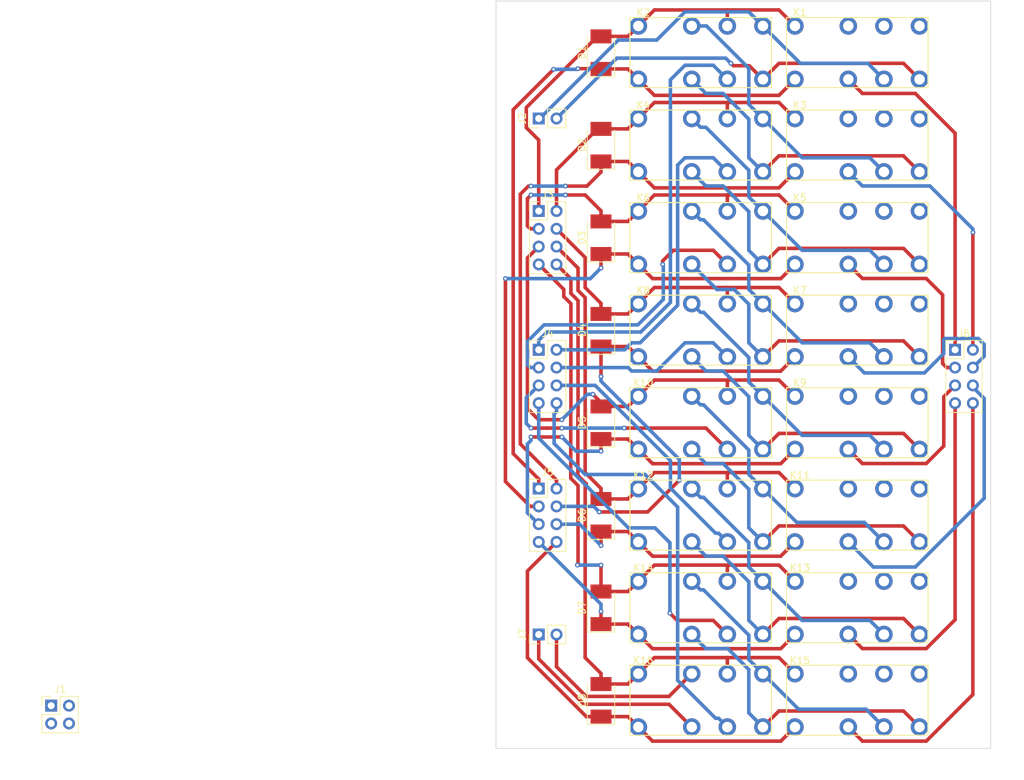
<source format=kicad_pcb>
(kicad_pcb (version 4) (host pcbnew 4.0.7)

  (general
    (links 108)
    (no_connects 2)
    (area 32.441618 28.899 181.172382 174.401)
    (thickness 1.6)
    (drawings 6)
    (tracks 526)
    (zones 0)
    (modules 31)
    (nets 53)
  )

  (page A4)
  (layers
    (0 F.Cu signal)
    (31 B.Cu signal)
    (32 B.Adhes user)
    (33 F.Adhes user)
    (34 B.Paste user)
    (35 F.Paste user)
    (36 B.SilkS user)
    (37 F.SilkS user)
    (38 B.Mask user)
    (39 F.Mask user)
    (40 Dwgs.User user)
    (41 Cmts.User user)
    (42 Eco1.User user)
    (43 Eco2.User user)
    (44 Edge.Cuts user)
    (45 Margin user)
    (46 B.CrtYd user)
    (47 F.CrtYd user)
    (48 B.Fab user)
    (49 F.Fab user)
  )

  (setup
    (last_trace_width 0.508)
    (trace_clearance 0.508)
    (zone_clearance 0.508)
    (zone_45_only no)
    (trace_min 0.1524)
    (segment_width 0.2)
    (edge_width 0.1)
    (via_size 0.6858)
    (via_drill 0.3302)
    (via_min_size 0.6858)
    (via_min_drill 0.3302)
    (uvia_size 0.6858)
    (uvia_drill 0.3302)
    (uvias_allowed no)
    (uvia_min_size 0)
    (uvia_min_drill 0)
    (pcb_text_width 0.3)
    (pcb_text_size 1.5 1.5)
    (mod_edge_width 0.15)
    (mod_text_size 1 1)
    (mod_text_width 0.15)
    (pad_size 1.5 1.5)
    (pad_drill 0.6)
    (pad_to_mask_clearance 0.0508)
    (aux_axis_origin 0 0)
    (visible_elements FFFFFFFF)
    (pcbplotparams
      (layerselection 0x00030_80000001)
      (usegerberextensions false)
      (excludeedgelayer true)
      (linewidth 0.100000)
      (plotframeref false)
      (viasonmask false)
      (mode 1)
      (useauxorigin false)
      (hpglpennumber 1)
      (hpglpenspeed 20)
      (hpglpendiameter 15)
      (hpglpenoverlay 2)
      (psnegative false)
      (psa4output false)
      (plotreference true)
      (plotvalue true)
      (plotinvisibletext false)
      (padsonsilk false)
      (subtractmaskfromsilk false)
      (outputformat 1)
      (mirror false)
      (drillshape 1)
      (scaleselection 1)
      (outputdirectory ""))
  )

  (net 0 "")
  (net 1 "Net-(D1-Pad1)")
  (net 2 GND)
  (net 3 +12V)
  (net 4 "Net-(D1-Pad2)")
  (net 5 "Net-(D2-Pad1)")
  (net 6 "Net-(D2-Pad2)")
  (net 7 "Net-(D3-Pad1)")
  (net 8 "Net-(D3-Pad2)")
  (net 9 "Net-(D4-Pad1)")
  (net 10 "Net-(D4-Pad2)")
  (net 11 "Net-(D5-Pad1)")
  (net 12 "Net-(D5-Pad2)")
  (net 13 "Net-(D6-Pad1)")
  (net 14 "Net-(D6-Pad2)")
  (net 15 "Net-(D7-Pad1)")
  (net 16 "Net-(D7-Pad2)")
  (net 17 "Net-(D8-Pad1)")
  (net 18 "Net-(D8-Pad2)")
  (net 19 "Net-(J2-Pad1)")
  (net 20 "Net-(J2-Pad2)")
  (net 21 "Net-(J4-Pad1)")
  (net 22 "Net-(J4-Pad2)")
  (net 23 "Net-(J4-Pad3)")
  (net 24 "Net-(J4-Pad4)")
  (net 25 "Net-(J4-Pad5)")
  (net 26 "Net-(J4-Pad6)")
  (net 27 "Net-(J4-Pad7)")
  (net 28 "Net-(J4-Pad8)")
  (net 29 "Net-(J6-Pad1)")
  (net 30 "Net-(J6-Pad2)")
  (net 31 "Net-(J6-Pad3)")
  (net 32 "Net-(J6-Pad4)")
  (net 33 "Net-(J6-Pad5)")
  (net 34 "Net-(J6-Pad6)")
  (net 35 "Net-(J6-Pad7)")
  (net 36 "Net-(J6-Pad8)")
  (net 37 "Net-(J7-Pad1)")
  (net 38 "Net-(J7-Pad2)")
  (net 39 "Net-(K2-Pad13)")
  (net 40 "Net-(K2-Pad4)")
  (net 41 "Net-(K4-Pad13)")
  (net 42 "Net-(K4-Pad4)")
  (net 43 "Net-(K6-Pad13)")
  (net 44 "Net-(K6-Pad4)")
  (net 45 "Net-(K10-Pad9)")
  (net 46 "Net-(K10-Pad8)")
  (net 47 "Net-(K10-Pad13)")
  (net 48 "Net-(K10-Pad4)")
  (net 49 "Net-(K12-Pad13)")
  (net 50 "Net-(K12-Pad4)")
  (net 51 "Net-(K14-Pad13)")
  (net 52 "Net-(K14-Pad4)")

  (net_class Default "This is the default net class."
    (clearance 0.508)
    (trace_width 0.508)
    (via_dia 0.6858)
    (via_drill 0.3302)
    (uvia_dia 0.6858)
    (uvia_drill 0.3302)
    (add_net +12V)
    (add_net GND)
    (add_net "Net-(D1-Pad1)")
    (add_net "Net-(D1-Pad2)")
    (add_net "Net-(D2-Pad1)")
    (add_net "Net-(D2-Pad2)")
    (add_net "Net-(D3-Pad1)")
    (add_net "Net-(D3-Pad2)")
    (add_net "Net-(D4-Pad1)")
    (add_net "Net-(D4-Pad2)")
    (add_net "Net-(D5-Pad1)")
    (add_net "Net-(D5-Pad2)")
    (add_net "Net-(D6-Pad1)")
    (add_net "Net-(D6-Pad2)")
    (add_net "Net-(D7-Pad1)")
    (add_net "Net-(D7-Pad2)")
    (add_net "Net-(D8-Pad1)")
    (add_net "Net-(D8-Pad2)")
    (add_net "Net-(J2-Pad1)")
    (add_net "Net-(J2-Pad2)")
    (add_net "Net-(J4-Pad1)")
    (add_net "Net-(J4-Pad2)")
    (add_net "Net-(J4-Pad3)")
    (add_net "Net-(J4-Pad4)")
    (add_net "Net-(J4-Pad5)")
    (add_net "Net-(J4-Pad6)")
    (add_net "Net-(J4-Pad7)")
    (add_net "Net-(J4-Pad8)")
    (add_net "Net-(J6-Pad1)")
    (add_net "Net-(J6-Pad2)")
    (add_net "Net-(J6-Pad3)")
    (add_net "Net-(J6-Pad4)")
    (add_net "Net-(J6-Pad5)")
    (add_net "Net-(J6-Pad6)")
    (add_net "Net-(J6-Pad7)")
    (add_net "Net-(J6-Pad8)")
    (add_net "Net-(J7-Pad1)")
    (add_net "Net-(J7-Pad2)")
    (add_net "Net-(K10-Pad13)")
    (add_net "Net-(K10-Pad4)")
    (add_net "Net-(K10-Pad8)")
    (add_net "Net-(K10-Pad9)")
    (add_net "Net-(K12-Pad13)")
    (add_net "Net-(K12-Pad4)")
    (add_net "Net-(K14-Pad13)")
    (add_net "Net-(K14-Pad4)")
    (add_net "Net-(K2-Pad13)")
    (add_net "Net-(K2-Pad4)")
    (add_net "Net-(K4-Pad13)")
    (add_net "Net-(K4-Pad4)")
    (add_net "Net-(K6-Pad13)")
    (add_net "Net-(K6-Pad4)")
  )

  (net_class Minimal ""
    (clearance 0.1524)
    (trace_width 0.1524)
    (via_dia 0.6858)
    (via_drill 0.3302)
    (uvia_dia 0.6858)
    (uvia_drill 0.3302)
  )

  (module Diodes_SMD:D_2114 (layer F.Cu) (tedit 590CF38C) (tstamp 5AB6DC24)
    (at 118.618 48.006 90)
    (descr "Diode SMD 2114, reflow soldering http://datasheets.avx.com/schottky.pdf")
    (tags "Diode 2114")
    (path /5AB730A3)
    (attr smd)
    (fp_text reference D1 (at 0 -2.7 90) (layer F.SilkS)
      (effects (font (size 1 1) (thickness 0.15)))
    )
    (fp_text value D_TVS (at 0 2.8 90) (layer F.Fab)
      (effects (font (size 1 1) (thickness 0.15)))
    )
    (fp_text user %R (at 0 -2.7 90) (layer F.Fab)
      (effects (font (size 1 1) (thickness 0.15)))
    )
    (fp_line (start -3.46 -1.95) (end -3.46 1.95) (layer F.SilkS) (width 0.12))
    (fp_line (start -2.6 1.8) (end -2.6 -1.8) (layer F.Fab) (width 0.1))
    (fp_line (start 2.6 -1.8) (end -2.6 -1.8) (layer F.Fab) (width 0.1))
    (fp_line (start -3.61 -2.1) (end 3.61 -2.1) (layer F.CrtYd) (width 0.05))
    (fp_line (start 3.61 -2.1) (end 3.61 2.1) (layer F.CrtYd) (width 0.05))
    (fp_line (start 3.61 2.1) (end -3.61 2.1) (layer F.CrtYd) (width 0.05))
    (fp_line (start -3.61 2.1) (end -3.61 -2.1) (layer F.CrtYd) (width 0.05))
    (fp_line (start -0.64944 0.00102) (end -1.55114 0.00102) (layer F.Fab) (width 0.1))
    (fp_line (start 0.50118 0.00102) (end 1.4994 0.00102) (layer F.Fab) (width 0.1))
    (fp_line (start -0.64944 -0.79908) (end -0.64944 0.80112) (layer F.Fab) (width 0.1))
    (fp_line (start 0.50118 0.75032) (end 0.50118 -0.79908) (layer F.Fab) (width 0.1))
    (fp_line (start -0.64944 0.00102) (end 0.50118 0.75032) (layer F.Fab) (width 0.1))
    (fp_line (start -0.64944 0.00102) (end 0.50118 -0.79908) (layer F.Fab) (width 0.1))
    (fp_line (start -3.46 1.95) (end 2.15 1.95) (layer F.SilkS) (width 0.12))
    (fp_line (start -3.46 -1.95) (end 2.15 -1.95) (layer F.SilkS) (width 0.12))
    (fp_line (start 2.6 1.8) (end -2.6 1.8) (layer F.Fab) (width 0.1))
    (fp_line (start 2.6 1.8) (end 2.6 -1.8) (layer F.Fab) (width 0.1))
    (pad 1 smd rect (at -2.325 0 90) (size 2 3) (layers F.Cu F.Paste F.Mask)
      (net 1 "Net-(D1-Pad1)"))
    (pad 2 smd rect (at 2.325 0 90) (size 2 3) (layers F.Cu F.Paste F.Mask)
      (net 4 "Net-(D1-Pad2)"))
    (model ${KISYS3DMOD}/Diodes_SMD.3dshapes/D_2114.wrl
      (at (xyz 0 0 0))
      (scale (xyz 1 1 1))
      (rotate (xyz 0 0 0))
    )
  )

  (module Diodes_SMD:D_2114 (layer F.Cu) (tedit 590CF38C) (tstamp 5AB6DC2A)
    (at 118.618 61.214 90)
    (descr "Diode SMD 2114, reflow soldering http://datasheets.avx.com/schottky.pdf")
    (tags "Diode 2114")
    (path /5AB73301)
    (attr smd)
    (fp_text reference D2 (at 0 -2.7 90) (layer F.SilkS)
      (effects (font (size 1 1) (thickness 0.15)))
    )
    (fp_text value D_TVS (at 0 2.8 90) (layer F.Fab)
      (effects (font (size 1 1) (thickness 0.15)))
    )
    (fp_text user %R (at 0 -2.7 90) (layer F.Fab)
      (effects (font (size 1 1) (thickness 0.15)))
    )
    (fp_line (start -3.46 -1.95) (end -3.46 1.95) (layer F.SilkS) (width 0.12))
    (fp_line (start -2.6 1.8) (end -2.6 -1.8) (layer F.Fab) (width 0.1))
    (fp_line (start 2.6 -1.8) (end -2.6 -1.8) (layer F.Fab) (width 0.1))
    (fp_line (start -3.61 -2.1) (end 3.61 -2.1) (layer F.CrtYd) (width 0.05))
    (fp_line (start 3.61 -2.1) (end 3.61 2.1) (layer F.CrtYd) (width 0.05))
    (fp_line (start 3.61 2.1) (end -3.61 2.1) (layer F.CrtYd) (width 0.05))
    (fp_line (start -3.61 2.1) (end -3.61 -2.1) (layer F.CrtYd) (width 0.05))
    (fp_line (start -0.64944 0.00102) (end -1.55114 0.00102) (layer F.Fab) (width 0.1))
    (fp_line (start 0.50118 0.00102) (end 1.4994 0.00102) (layer F.Fab) (width 0.1))
    (fp_line (start -0.64944 -0.79908) (end -0.64944 0.80112) (layer F.Fab) (width 0.1))
    (fp_line (start 0.50118 0.75032) (end 0.50118 -0.79908) (layer F.Fab) (width 0.1))
    (fp_line (start -0.64944 0.00102) (end 0.50118 0.75032) (layer F.Fab) (width 0.1))
    (fp_line (start -0.64944 0.00102) (end 0.50118 -0.79908) (layer F.Fab) (width 0.1))
    (fp_line (start -3.46 1.95) (end 2.15 1.95) (layer F.SilkS) (width 0.12))
    (fp_line (start -3.46 -1.95) (end 2.15 -1.95) (layer F.SilkS) (width 0.12))
    (fp_line (start 2.6 1.8) (end -2.6 1.8) (layer F.Fab) (width 0.1))
    (fp_line (start 2.6 1.8) (end 2.6 -1.8) (layer F.Fab) (width 0.1))
    (pad 1 smd rect (at -2.325 0 90) (size 2 3) (layers F.Cu F.Paste F.Mask)
      (net 5 "Net-(D2-Pad1)"))
    (pad 2 smd rect (at 2.325 0 90) (size 2 3) (layers F.Cu F.Paste F.Mask)
      (net 6 "Net-(D2-Pad2)"))
    (model ${KISYS3DMOD}/Diodes_SMD.3dshapes/D_2114.wrl
      (at (xyz 0 0 0))
      (scale (xyz 1 1 1))
      (rotate (xyz 0 0 0))
    )
  )

  (module Diodes_SMD:D_2114 (layer F.Cu) (tedit 590CF38C) (tstamp 5AB6DC30)
    (at 118.618 74.422 90)
    (descr "Diode SMD 2114, reflow soldering http://datasheets.avx.com/schottky.pdf")
    (tags "Diode 2114")
    (path /5AB7489B)
    (attr smd)
    (fp_text reference D3 (at 0 -2.7 90) (layer F.SilkS)
      (effects (font (size 1 1) (thickness 0.15)))
    )
    (fp_text value D_TVS (at 0 2.8 90) (layer F.Fab)
      (effects (font (size 1 1) (thickness 0.15)))
    )
    (fp_text user %R (at 0 -2.7 90) (layer F.Fab)
      (effects (font (size 1 1) (thickness 0.15)))
    )
    (fp_line (start -3.46 -1.95) (end -3.46 1.95) (layer F.SilkS) (width 0.12))
    (fp_line (start -2.6 1.8) (end -2.6 -1.8) (layer F.Fab) (width 0.1))
    (fp_line (start 2.6 -1.8) (end -2.6 -1.8) (layer F.Fab) (width 0.1))
    (fp_line (start -3.61 -2.1) (end 3.61 -2.1) (layer F.CrtYd) (width 0.05))
    (fp_line (start 3.61 -2.1) (end 3.61 2.1) (layer F.CrtYd) (width 0.05))
    (fp_line (start 3.61 2.1) (end -3.61 2.1) (layer F.CrtYd) (width 0.05))
    (fp_line (start -3.61 2.1) (end -3.61 -2.1) (layer F.CrtYd) (width 0.05))
    (fp_line (start -0.64944 0.00102) (end -1.55114 0.00102) (layer F.Fab) (width 0.1))
    (fp_line (start 0.50118 0.00102) (end 1.4994 0.00102) (layer F.Fab) (width 0.1))
    (fp_line (start -0.64944 -0.79908) (end -0.64944 0.80112) (layer F.Fab) (width 0.1))
    (fp_line (start 0.50118 0.75032) (end 0.50118 -0.79908) (layer F.Fab) (width 0.1))
    (fp_line (start -0.64944 0.00102) (end 0.50118 0.75032) (layer F.Fab) (width 0.1))
    (fp_line (start -0.64944 0.00102) (end 0.50118 -0.79908) (layer F.Fab) (width 0.1))
    (fp_line (start -3.46 1.95) (end 2.15 1.95) (layer F.SilkS) (width 0.12))
    (fp_line (start -3.46 -1.95) (end 2.15 -1.95) (layer F.SilkS) (width 0.12))
    (fp_line (start 2.6 1.8) (end -2.6 1.8) (layer F.Fab) (width 0.1))
    (fp_line (start 2.6 1.8) (end 2.6 -1.8) (layer F.Fab) (width 0.1))
    (pad 1 smd rect (at -2.325 0 90) (size 2 3) (layers F.Cu F.Paste F.Mask)
      (net 7 "Net-(D3-Pad1)"))
    (pad 2 smd rect (at 2.325 0 90) (size 2 3) (layers F.Cu F.Paste F.Mask)
      (net 8 "Net-(D3-Pad2)"))
    (model ${KISYS3DMOD}/Diodes_SMD.3dshapes/D_2114.wrl
      (at (xyz 0 0 0))
      (scale (xyz 1 1 1))
      (rotate (xyz 0 0 0))
    )
  )

  (module Diodes_SMD:D_2114 (layer F.Cu) (tedit 590CF38C) (tstamp 5AB6DC36)
    (at 118.618 87.63 90)
    (descr "Diode SMD 2114, reflow soldering http://datasheets.avx.com/schottky.pdf")
    (tags "Diode 2114")
    (path /5AB75039)
    (attr smd)
    (fp_text reference D4 (at 0 -2.7 90) (layer F.SilkS)
      (effects (font (size 1 1) (thickness 0.15)))
    )
    (fp_text value D_TVS (at 0 2.8 90) (layer F.Fab)
      (effects (font (size 1 1) (thickness 0.15)))
    )
    (fp_text user %R (at 0 -2.7 90) (layer F.Fab)
      (effects (font (size 1 1) (thickness 0.15)))
    )
    (fp_line (start -3.46 -1.95) (end -3.46 1.95) (layer F.SilkS) (width 0.12))
    (fp_line (start -2.6 1.8) (end -2.6 -1.8) (layer F.Fab) (width 0.1))
    (fp_line (start 2.6 -1.8) (end -2.6 -1.8) (layer F.Fab) (width 0.1))
    (fp_line (start -3.61 -2.1) (end 3.61 -2.1) (layer F.CrtYd) (width 0.05))
    (fp_line (start 3.61 -2.1) (end 3.61 2.1) (layer F.CrtYd) (width 0.05))
    (fp_line (start 3.61 2.1) (end -3.61 2.1) (layer F.CrtYd) (width 0.05))
    (fp_line (start -3.61 2.1) (end -3.61 -2.1) (layer F.CrtYd) (width 0.05))
    (fp_line (start -0.64944 0.00102) (end -1.55114 0.00102) (layer F.Fab) (width 0.1))
    (fp_line (start 0.50118 0.00102) (end 1.4994 0.00102) (layer F.Fab) (width 0.1))
    (fp_line (start -0.64944 -0.79908) (end -0.64944 0.80112) (layer F.Fab) (width 0.1))
    (fp_line (start 0.50118 0.75032) (end 0.50118 -0.79908) (layer F.Fab) (width 0.1))
    (fp_line (start -0.64944 0.00102) (end 0.50118 0.75032) (layer F.Fab) (width 0.1))
    (fp_line (start -0.64944 0.00102) (end 0.50118 -0.79908) (layer F.Fab) (width 0.1))
    (fp_line (start -3.46 1.95) (end 2.15 1.95) (layer F.SilkS) (width 0.12))
    (fp_line (start -3.46 -1.95) (end 2.15 -1.95) (layer F.SilkS) (width 0.12))
    (fp_line (start 2.6 1.8) (end -2.6 1.8) (layer F.Fab) (width 0.1))
    (fp_line (start 2.6 1.8) (end 2.6 -1.8) (layer F.Fab) (width 0.1))
    (pad 1 smd rect (at -2.325 0 90) (size 2 3) (layers F.Cu F.Paste F.Mask)
      (net 9 "Net-(D4-Pad1)"))
    (pad 2 smd rect (at 2.325 0 90) (size 2 3) (layers F.Cu F.Paste F.Mask)
      (net 10 "Net-(D4-Pad2)"))
    (model ${KISYS3DMOD}/Diodes_SMD.3dshapes/D_2114.wrl
      (at (xyz 0 0 0))
      (scale (xyz 1 1 1))
      (rotate (xyz 0 0 0))
    )
  )

  (module Diodes_SMD:D_2114 (layer F.Cu) (tedit 590CF38C) (tstamp 5AB6DC3C)
    (at 118.618 100.838 90)
    (descr "Diode SMD 2114, reflow soldering http://datasheets.avx.com/schottky.pdf")
    (tags "Diode 2114")
    (path /5AB75DC5)
    (attr smd)
    (fp_text reference D5 (at 0 -2.7 90) (layer F.SilkS)
      (effects (font (size 1 1) (thickness 0.15)))
    )
    (fp_text value D_TVS (at 0 2.8 90) (layer F.Fab)
      (effects (font (size 1 1) (thickness 0.15)))
    )
    (fp_text user %R (at 0 -2.7 90) (layer F.Fab)
      (effects (font (size 1 1) (thickness 0.15)))
    )
    (fp_line (start -3.46 -1.95) (end -3.46 1.95) (layer F.SilkS) (width 0.12))
    (fp_line (start -2.6 1.8) (end -2.6 -1.8) (layer F.Fab) (width 0.1))
    (fp_line (start 2.6 -1.8) (end -2.6 -1.8) (layer F.Fab) (width 0.1))
    (fp_line (start -3.61 -2.1) (end 3.61 -2.1) (layer F.CrtYd) (width 0.05))
    (fp_line (start 3.61 -2.1) (end 3.61 2.1) (layer F.CrtYd) (width 0.05))
    (fp_line (start 3.61 2.1) (end -3.61 2.1) (layer F.CrtYd) (width 0.05))
    (fp_line (start -3.61 2.1) (end -3.61 -2.1) (layer F.CrtYd) (width 0.05))
    (fp_line (start -0.64944 0.00102) (end -1.55114 0.00102) (layer F.Fab) (width 0.1))
    (fp_line (start 0.50118 0.00102) (end 1.4994 0.00102) (layer F.Fab) (width 0.1))
    (fp_line (start -0.64944 -0.79908) (end -0.64944 0.80112) (layer F.Fab) (width 0.1))
    (fp_line (start 0.50118 0.75032) (end 0.50118 -0.79908) (layer F.Fab) (width 0.1))
    (fp_line (start -0.64944 0.00102) (end 0.50118 0.75032) (layer F.Fab) (width 0.1))
    (fp_line (start -0.64944 0.00102) (end 0.50118 -0.79908) (layer F.Fab) (width 0.1))
    (fp_line (start -3.46 1.95) (end 2.15 1.95) (layer F.SilkS) (width 0.12))
    (fp_line (start -3.46 -1.95) (end 2.15 -1.95) (layer F.SilkS) (width 0.12))
    (fp_line (start 2.6 1.8) (end -2.6 1.8) (layer F.Fab) (width 0.1))
    (fp_line (start 2.6 1.8) (end 2.6 -1.8) (layer F.Fab) (width 0.1))
    (pad 1 smd rect (at -2.325 0 90) (size 2 3) (layers F.Cu F.Paste F.Mask)
      (net 11 "Net-(D5-Pad1)"))
    (pad 2 smd rect (at 2.325 0 90) (size 2 3) (layers F.Cu F.Paste F.Mask)
      (net 12 "Net-(D5-Pad2)"))
    (model ${KISYS3DMOD}/Diodes_SMD.3dshapes/D_2114.wrl
      (at (xyz 0 0 0))
      (scale (xyz 1 1 1))
      (rotate (xyz 0 0 0))
    )
  )

  (module Diodes_SMD:D_2114 (layer F.Cu) (tedit 590CF38C) (tstamp 5AB6DC42)
    (at 118.618 114.046 90)
    (descr "Diode SMD 2114, reflow soldering http://datasheets.avx.com/schottky.pdf")
    (tags "Diode 2114")
    (path /5AB75DCB)
    (attr smd)
    (fp_text reference D6 (at 0 -2.7 90) (layer F.SilkS)
      (effects (font (size 1 1) (thickness 0.15)))
    )
    (fp_text value D_TVS (at 0 2.8 90) (layer F.Fab)
      (effects (font (size 1 1) (thickness 0.15)))
    )
    (fp_text user %R (at 0 -2.7 90) (layer F.Fab)
      (effects (font (size 1 1) (thickness 0.15)))
    )
    (fp_line (start -3.46 -1.95) (end -3.46 1.95) (layer F.SilkS) (width 0.12))
    (fp_line (start -2.6 1.8) (end -2.6 -1.8) (layer F.Fab) (width 0.1))
    (fp_line (start 2.6 -1.8) (end -2.6 -1.8) (layer F.Fab) (width 0.1))
    (fp_line (start -3.61 -2.1) (end 3.61 -2.1) (layer F.CrtYd) (width 0.05))
    (fp_line (start 3.61 -2.1) (end 3.61 2.1) (layer F.CrtYd) (width 0.05))
    (fp_line (start 3.61 2.1) (end -3.61 2.1) (layer F.CrtYd) (width 0.05))
    (fp_line (start -3.61 2.1) (end -3.61 -2.1) (layer F.CrtYd) (width 0.05))
    (fp_line (start -0.64944 0.00102) (end -1.55114 0.00102) (layer F.Fab) (width 0.1))
    (fp_line (start 0.50118 0.00102) (end 1.4994 0.00102) (layer F.Fab) (width 0.1))
    (fp_line (start -0.64944 -0.79908) (end -0.64944 0.80112) (layer F.Fab) (width 0.1))
    (fp_line (start 0.50118 0.75032) (end 0.50118 -0.79908) (layer F.Fab) (width 0.1))
    (fp_line (start -0.64944 0.00102) (end 0.50118 0.75032) (layer F.Fab) (width 0.1))
    (fp_line (start -0.64944 0.00102) (end 0.50118 -0.79908) (layer F.Fab) (width 0.1))
    (fp_line (start -3.46 1.95) (end 2.15 1.95) (layer F.SilkS) (width 0.12))
    (fp_line (start -3.46 -1.95) (end 2.15 -1.95) (layer F.SilkS) (width 0.12))
    (fp_line (start 2.6 1.8) (end -2.6 1.8) (layer F.Fab) (width 0.1))
    (fp_line (start 2.6 1.8) (end 2.6 -1.8) (layer F.Fab) (width 0.1))
    (pad 1 smd rect (at -2.325 0 90) (size 2 3) (layers F.Cu F.Paste F.Mask)
      (net 13 "Net-(D6-Pad1)"))
    (pad 2 smd rect (at 2.325 0 90) (size 2 3) (layers F.Cu F.Paste F.Mask)
      (net 14 "Net-(D6-Pad2)"))
    (model ${KISYS3DMOD}/Diodes_SMD.3dshapes/D_2114.wrl
      (at (xyz 0 0 0))
      (scale (xyz 1 1 1))
      (rotate (xyz 0 0 0))
    )
  )

  (module Diodes_SMD:D_2114 (layer F.Cu) (tedit 590CF38C) (tstamp 5AB6DC48)
    (at 118.618 127.254 90)
    (descr "Diode SMD 2114, reflow soldering http://datasheets.avx.com/schottky.pdf")
    (tags "Diode 2114")
    (path /5AB75DDD)
    (attr smd)
    (fp_text reference D7 (at 0 -2.7 90) (layer F.SilkS)
      (effects (font (size 1 1) (thickness 0.15)))
    )
    (fp_text value D_TVS (at 0 2.8 90) (layer F.Fab)
      (effects (font (size 1 1) (thickness 0.15)))
    )
    (fp_text user %R (at 0 -2.7 90) (layer F.Fab)
      (effects (font (size 1 1) (thickness 0.15)))
    )
    (fp_line (start -3.46 -1.95) (end -3.46 1.95) (layer F.SilkS) (width 0.12))
    (fp_line (start -2.6 1.8) (end -2.6 -1.8) (layer F.Fab) (width 0.1))
    (fp_line (start 2.6 -1.8) (end -2.6 -1.8) (layer F.Fab) (width 0.1))
    (fp_line (start -3.61 -2.1) (end 3.61 -2.1) (layer F.CrtYd) (width 0.05))
    (fp_line (start 3.61 -2.1) (end 3.61 2.1) (layer F.CrtYd) (width 0.05))
    (fp_line (start 3.61 2.1) (end -3.61 2.1) (layer F.CrtYd) (width 0.05))
    (fp_line (start -3.61 2.1) (end -3.61 -2.1) (layer F.CrtYd) (width 0.05))
    (fp_line (start -0.64944 0.00102) (end -1.55114 0.00102) (layer F.Fab) (width 0.1))
    (fp_line (start 0.50118 0.00102) (end 1.4994 0.00102) (layer F.Fab) (width 0.1))
    (fp_line (start -0.64944 -0.79908) (end -0.64944 0.80112) (layer F.Fab) (width 0.1))
    (fp_line (start 0.50118 0.75032) (end 0.50118 -0.79908) (layer F.Fab) (width 0.1))
    (fp_line (start -0.64944 0.00102) (end 0.50118 0.75032) (layer F.Fab) (width 0.1))
    (fp_line (start -0.64944 0.00102) (end 0.50118 -0.79908) (layer F.Fab) (width 0.1))
    (fp_line (start -3.46 1.95) (end 2.15 1.95) (layer F.SilkS) (width 0.12))
    (fp_line (start -3.46 -1.95) (end 2.15 -1.95) (layer F.SilkS) (width 0.12))
    (fp_line (start 2.6 1.8) (end -2.6 1.8) (layer F.Fab) (width 0.1))
    (fp_line (start 2.6 1.8) (end 2.6 -1.8) (layer F.Fab) (width 0.1))
    (pad 1 smd rect (at -2.325 0 90) (size 2 3) (layers F.Cu F.Paste F.Mask)
      (net 15 "Net-(D7-Pad1)"))
    (pad 2 smd rect (at 2.325 0 90) (size 2 3) (layers F.Cu F.Paste F.Mask)
      (net 16 "Net-(D7-Pad2)"))
    (model ${KISYS3DMOD}/Diodes_SMD.3dshapes/D_2114.wrl
      (at (xyz 0 0 0))
      (scale (xyz 1 1 1))
      (rotate (xyz 0 0 0))
    )
  )

  (module Diodes_SMD:D_2114 (layer F.Cu) (tedit 590CF38C) (tstamp 5AB6DC4E)
    (at 118.618 140.462 90)
    (descr "Diode SMD 2114, reflow soldering http://datasheets.avx.com/schottky.pdf")
    (tags "Diode 2114")
    (path /5AB75DEF)
    (attr smd)
    (fp_text reference D8 (at 0 -2.7 90) (layer F.SilkS)
      (effects (font (size 1 1) (thickness 0.15)))
    )
    (fp_text value D_TVS (at 0 2.8 90) (layer F.Fab)
      (effects (font (size 1 1) (thickness 0.15)))
    )
    (fp_text user %R (at 0 -2.7 90) (layer F.Fab)
      (effects (font (size 1 1) (thickness 0.15)))
    )
    (fp_line (start -3.46 -1.95) (end -3.46 1.95) (layer F.SilkS) (width 0.12))
    (fp_line (start -2.6 1.8) (end -2.6 -1.8) (layer F.Fab) (width 0.1))
    (fp_line (start 2.6 -1.8) (end -2.6 -1.8) (layer F.Fab) (width 0.1))
    (fp_line (start -3.61 -2.1) (end 3.61 -2.1) (layer F.CrtYd) (width 0.05))
    (fp_line (start 3.61 -2.1) (end 3.61 2.1) (layer F.CrtYd) (width 0.05))
    (fp_line (start 3.61 2.1) (end -3.61 2.1) (layer F.CrtYd) (width 0.05))
    (fp_line (start -3.61 2.1) (end -3.61 -2.1) (layer F.CrtYd) (width 0.05))
    (fp_line (start -0.64944 0.00102) (end -1.55114 0.00102) (layer F.Fab) (width 0.1))
    (fp_line (start 0.50118 0.00102) (end 1.4994 0.00102) (layer F.Fab) (width 0.1))
    (fp_line (start -0.64944 -0.79908) (end -0.64944 0.80112) (layer F.Fab) (width 0.1))
    (fp_line (start 0.50118 0.75032) (end 0.50118 -0.79908) (layer F.Fab) (width 0.1))
    (fp_line (start -0.64944 0.00102) (end 0.50118 0.75032) (layer F.Fab) (width 0.1))
    (fp_line (start -0.64944 0.00102) (end 0.50118 -0.79908) (layer F.Fab) (width 0.1))
    (fp_line (start -3.46 1.95) (end 2.15 1.95) (layer F.SilkS) (width 0.12))
    (fp_line (start -3.46 -1.95) (end 2.15 -1.95) (layer F.SilkS) (width 0.12))
    (fp_line (start 2.6 1.8) (end -2.6 1.8) (layer F.Fab) (width 0.1))
    (fp_line (start 2.6 1.8) (end 2.6 -1.8) (layer F.Fab) (width 0.1))
    (pad 1 smd rect (at -2.325 0 90) (size 2 3) (layers F.Cu F.Paste F.Mask)
      (net 17 "Net-(D8-Pad1)"))
    (pad 2 smd rect (at 2.325 0 90) (size 2 3) (layers F.Cu F.Paste F.Mask)
      (net 18 "Net-(D8-Pad2)"))
    (model ${KISYS3DMOD}/Diodes_SMD.3dshapes/D_2114.wrl
      (at (xyz 0 0 0))
      (scale (xyz 1 1 1))
      (rotate (xyz 0 0 0))
    )
  )

  (module Pin_Headers:Pin_Header_Straight_2x02_Pitch2.54mm (layer F.Cu) (tedit 59650532) (tstamp 5AB6DC56)
    (at 40.132 141.224)
    (descr "Through hole straight pin header, 2x02, 2.54mm pitch, double rows")
    (tags "Through hole pin header THT 2x02 2.54mm double row")
    (path /5A500D64)
    (fp_text reference J1 (at 1.27 -2.33) (layer F.SilkS)
      (effects (font (size 1 1) (thickness 0.15)))
    )
    (fp_text value Conn_02x02_Odd_Even (at 1.27 4.87) (layer F.Fab)
      (effects (font (size 1 1) (thickness 0.15)))
    )
    (fp_line (start 0 -1.27) (end 3.81 -1.27) (layer F.Fab) (width 0.1))
    (fp_line (start 3.81 -1.27) (end 3.81 3.81) (layer F.Fab) (width 0.1))
    (fp_line (start 3.81 3.81) (end -1.27 3.81) (layer F.Fab) (width 0.1))
    (fp_line (start -1.27 3.81) (end -1.27 0) (layer F.Fab) (width 0.1))
    (fp_line (start -1.27 0) (end 0 -1.27) (layer F.Fab) (width 0.1))
    (fp_line (start -1.33 3.87) (end 3.87 3.87) (layer F.SilkS) (width 0.12))
    (fp_line (start -1.33 1.27) (end -1.33 3.87) (layer F.SilkS) (width 0.12))
    (fp_line (start 3.87 -1.33) (end 3.87 3.87) (layer F.SilkS) (width 0.12))
    (fp_line (start -1.33 1.27) (end 1.27 1.27) (layer F.SilkS) (width 0.12))
    (fp_line (start 1.27 1.27) (end 1.27 -1.33) (layer F.SilkS) (width 0.12))
    (fp_line (start 1.27 -1.33) (end 3.87 -1.33) (layer F.SilkS) (width 0.12))
    (fp_line (start -1.33 0) (end -1.33 -1.33) (layer F.SilkS) (width 0.12))
    (fp_line (start -1.33 -1.33) (end 0 -1.33) (layer F.SilkS) (width 0.12))
    (fp_line (start -1.8 -1.8) (end -1.8 4.35) (layer F.CrtYd) (width 0.05))
    (fp_line (start -1.8 4.35) (end 4.35 4.35) (layer F.CrtYd) (width 0.05))
    (fp_line (start 4.35 4.35) (end 4.35 -1.8) (layer F.CrtYd) (width 0.05))
    (fp_line (start 4.35 -1.8) (end -1.8 -1.8) (layer F.CrtYd) (width 0.05))
    (fp_text user %R (at 1.27 1.27 90) (layer F.Fab)
      (effects (font (size 1 1) (thickness 0.15)))
    )
    (pad 1 thru_hole rect (at 0 0) (size 1.7 1.7) (drill 1) (layers *.Cu *.Mask)
      (net 3 +12V))
    (pad 2 thru_hole oval (at 2.54 0) (size 1.7 1.7) (drill 1) (layers *.Cu *.Mask)
      (net 3 +12V))
    (pad 3 thru_hole oval (at 0 2.54) (size 1.7 1.7) (drill 1) (layers *.Cu *.Mask)
      (net 2 GND))
    (pad 4 thru_hole oval (at 2.54 2.54) (size 1.7 1.7) (drill 1) (layers *.Cu *.Mask)
      (net 2 GND))
    (model ${KISYS3DMOD}/Pin_Headers.3dshapes/Pin_Header_Straight_2x02_Pitch2.54mm.wrl
      (at (xyz 0 0 0))
      (scale (xyz 1 1 1))
      (rotate (xyz 0 0 0))
    )
  )

  (module Pin_Headers:Pin_Header_Straight_1x02_Pitch2.54mm (layer F.Cu) (tedit 59650532) (tstamp 5AB6DC5C)
    (at 109.728 57.404 90)
    (descr "Through hole straight pin header, 1x02, 2.54mm pitch, single row")
    (tags "Through hole pin header THT 1x02 2.54mm single row")
    (path /5AB8D659)
    (fp_text reference J2 (at 0 -2.33 90) (layer F.SilkS)
      (effects (font (size 1 1) (thickness 0.15)))
    )
    (fp_text value Conn_01x02 (at 0 4.87 90) (layer F.Fab)
      (effects (font (size 1 1) (thickness 0.15)))
    )
    (fp_line (start -0.635 -1.27) (end 1.27 -1.27) (layer F.Fab) (width 0.1))
    (fp_line (start 1.27 -1.27) (end 1.27 3.81) (layer F.Fab) (width 0.1))
    (fp_line (start 1.27 3.81) (end -1.27 3.81) (layer F.Fab) (width 0.1))
    (fp_line (start -1.27 3.81) (end -1.27 -0.635) (layer F.Fab) (width 0.1))
    (fp_line (start -1.27 -0.635) (end -0.635 -1.27) (layer F.Fab) (width 0.1))
    (fp_line (start -1.33 3.87) (end 1.33 3.87) (layer F.SilkS) (width 0.12))
    (fp_line (start -1.33 1.27) (end -1.33 3.87) (layer F.SilkS) (width 0.12))
    (fp_line (start 1.33 1.27) (end 1.33 3.87) (layer F.SilkS) (width 0.12))
    (fp_line (start -1.33 1.27) (end 1.33 1.27) (layer F.SilkS) (width 0.12))
    (fp_line (start -1.33 0) (end -1.33 -1.33) (layer F.SilkS) (width 0.12))
    (fp_line (start -1.33 -1.33) (end 0 -1.33) (layer F.SilkS) (width 0.12))
    (fp_line (start -1.8 -1.8) (end -1.8 4.35) (layer F.CrtYd) (width 0.05))
    (fp_line (start -1.8 4.35) (end 1.8 4.35) (layer F.CrtYd) (width 0.05))
    (fp_line (start 1.8 4.35) (end 1.8 -1.8) (layer F.CrtYd) (width 0.05))
    (fp_line (start 1.8 -1.8) (end -1.8 -1.8) (layer F.CrtYd) (width 0.05))
    (fp_text user %R (at 0 1.27 180) (layer F.Fab)
      (effects (font (size 1 1) (thickness 0.15)))
    )
    (pad 1 thru_hole rect (at 0 0 90) (size 1.7 1.7) (drill 1) (layers *.Cu *.Mask)
      (net 19 "Net-(J2-Pad1)"))
    (pad 2 thru_hole oval (at 0 2.54 90) (size 1.7 1.7) (drill 1) (layers *.Cu *.Mask)
      (net 20 "Net-(J2-Pad2)"))
    (model ${KISYS3DMOD}/Pin_Headers.3dshapes/Pin_Header_Straight_1x02_Pitch2.54mm.wrl
      (at (xyz 0 0 0))
      (scale (xyz 1 1 1))
      (rotate (xyz 0 0 0))
    )
  )

  (module Pin_Headers:Pin_Header_Straight_2x04_Pitch2.54mm (layer F.Cu) (tedit 59650532) (tstamp 5AB6DC68)
    (at 109.728 70.612)
    (descr "Through hole straight pin header, 2x04, 2.54mm pitch, double rows")
    (tags "Through hole pin header THT 2x04 2.54mm double row")
    (path /5AB77925)
    (fp_text reference J3 (at 1.27 -2.33) (layer F.SilkS)
      (effects (font (size 1 1) (thickness 0.15)))
    )
    (fp_text value Conn_02x04_Odd_Even (at 1.27 9.95) (layer F.Fab)
      (effects (font (size 1 1) (thickness 0.15)))
    )
    (fp_line (start 0 -1.27) (end 3.81 -1.27) (layer F.Fab) (width 0.1))
    (fp_line (start 3.81 -1.27) (end 3.81 8.89) (layer F.Fab) (width 0.1))
    (fp_line (start 3.81 8.89) (end -1.27 8.89) (layer F.Fab) (width 0.1))
    (fp_line (start -1.27 8.89) (end -1.27 0) (layer F.Fab) (width 0.1))
    (fp_line (start -1.27 0) (end 0 -1.27) (layer F.Fab) (width 0.1))
    (fp_line (start -1.33 8.95) (end 3.87 8.95) (layer F.SilkS) (width 0.12))
    (fp_line (start -1.33 1.27) (end -1.33 8.95) (layer F.SilkS) (width 0.12))
    (fp_line (start 3.87 -1.33) (end 3.87 8.95) (layer F.SilkS) (width 0.12))
    (fp_line (start -1.33 1.27) (end 1.27 1.27) (layer F.SilkS) (width 0.12))
    (fp_line (start 1.27 1.27) (end 1.27 -1.33) (layer F.SilkS) (width 0.12))
    (fp_line (start 1.27 -1.33) (end 3.87 -1.33) (layer F.SilkS) (width 0.12))
    (fp_line (start -1.33 0) (end -1.33 -1.33) (layer F.SilkS) (width 0.12))
    (fp_line (start -1.33 -1.33) (end 0 -1.33) (layer F.SilkS) (width 0.12))
    (fp_line (start -1.8 -1.8) (end -1.8 9.4) (layer F.CrtYd) (width 0.05))
    (fp_line (start -1.8 9.4) (end 4.35 9.4) (layer F.CrtYd) (width 0.05))
    (fp_line (start 4.35 9.4) (end 4.35 -1.8) (layer F.CrtYd) (width 0.05))
    (fp_line (start 4.35 -1.8) (end -1.8 -1.8) (layer F.CrtYd) (width 0.05))
    (fp_text user %R (at 1.27 3.81 90) (layer F.Fab)
      (effects (font (size 1 1) (thickness 0.15)))
    )
    (pad 1 thru_hole rect (at 0 0) (size 1.7 1.7) (drill 1) (layers *.Cu *.Mask)
      (net 4 "Net-(D1-Pad2)"))
    (pad 2 thru_hole oval (at 2.54 0) (size 1.7 1.7) (drill 1) (layers *.Cu *.Mask)
      (net 6 "Net-(D2-Pad2)"))
    (pad 3 thru_hole oval (at 0 2.54) (size 1.7 1.7) (drill 1) (layers *.Cu *.Mask)
      (net 8 "Net-(D3-Pad2)"))
    (pad 4 thru_hole oval (at 2.54 2.54) (size 1.7 1.7) (drill 1) (layers *.Cu *.Mask)
      (net 10 "Net-(D4-Pad2)"))
    (pad 5 thru_hole oval (at 0 5.08) (size 1.7 1.7) (drill 1) (layers *.Cu *.Mask)
      (net 12 "Net-(D5-Pad2)"))
    (pad 6 thru_hole oval (at 2.54 5.08) (size 1.7 1.7) (drill 1) (layers *.Cu *.Mask)
      (net 14 "Net-(D6-Pad2)"))
    (pad 7 thru_hole oval (at 0 7.62) (size 1.7 1.7) (drill 1) (layers *.Cu *.Mask)
      (net 16 "Net-(D7-Pad2)"))
    (pad 8 thru_hole oval (at 2.54 7.62) (size 1.7 1.7) (drill 1) (layers *.Cu *.Mask)
      (net 18 "Net-(D8-Pad2)"))
    (model ${KISYS3DMOD}/Pin_Headers.3dshapes/Pin_Header_Straight_2x04_Pitch2.54mm.wrl
      (at (xyz 0 0 0))
      (scale (xyz 1 1 1))
      (rotate (xyz 0 0 0))
    )
  )

  (module Pin_Headers:Pin_Header_Straight_2x04_Pitch2.54mm (layer F.Cu) (tedit 59650532) (tstamp 5AB6DC74)
    (at 109.728 90.424)
    (descr "Through hole straight pin header, 2x04, 2.54mm pitch, double rows")
    (tags "Through hole pin header THT 2x04 2.54mm double row")
    (path /5AB73A55)
    (fp_text reference J4 (at 1.27 -2.33) (layer F.SilkS)
      (effects (font (size 1 1) (thickness 0.15)))
    )
    (fp_text value Conn_02x04_Odd_Even (at 1.27 9.95) (layer F.Fab)
      (effects (font (size 1 1) (thickness 0.15)))
    )
    (fp_line (start 0 -1.27) (end 3.81 -1.27) (layer F.Fab) (width 0.1))
    (fp_line (start 3.81 -1.27) (end 3.81 8.89) (layer F.Fab) (width 0.1))
    (fp_line (start 3.81 8.89) (end -1.27 8.89) (layer F.Fab) (width 0.1))
    (fp_line (start -1.27 8.89) (end -1.27 0) (layer F.Fab) (width 0.1))
    (fp_line (start -1.27 0) (end 0 -1.27) (layer F.Fab) (width 0.1))
    (fp_line (start -1.33 8.95) (end 3.87 8.95) (layer F.SilkS) (width 0.12))
    (fp_line (start -1.33 1.27) (end -1.33 8.95) (layer F.SilkS) (width 0.12))
    (fp_line (start 3.87 -1.33) (end 3.87 8.95) (layer F.SilkS) (width 0.12))
    (fp_line (start -1.33 1.27) (end 1.27 1.27) (layer F.SilkS) (width 0.12))
    (fp_line (start 1.27 1.27) (end 1.27 -1.33) (layer F.SilkS) (width 0.12))
    (fp_line (start 1.27 -1.33) (end 3.87 -1.33) (layer F.SilkS) (width 0.12))
    (fp_line (start -1.33 0) (end -1.33 -1.33) (layer F.SilkS) (width 0.12))
    (fp_line (start -1.33 -1.33) (end 0 -1.33) (layer F.SilkS) (width 0.12))
    (fp_line (start -1.8 -1.8) (end -1.8 9.4) (layer F.CrtYd) (width 0.05))
    (fp_line (start -1.8 9.4) (end 4.35 9.4) (layer F.CrtYd) (width 0.05))
    (fp_line (start 4.35 9.4) (end 4.35 -1.8) (layer F.CrtYd) (width 0.05))
    (fp_line (start 4.35 -1.8) (end -1.8 -1.8) (layer F.CrtYd) (width 0.05))
    (fp_text user %R (at 10.922 13.208 90) (layer F.Fab)
      (effects (font (size 1 1) (thickness 0.15)))
    )
    (pad 1 thru_hole rect (at 0 0) (size 1.7 1.7) (drill 1) (layers *.Cu *.Mask)
      (net 21 "Net-(J4-Pad1)"))
    (pad 2 thru_hole oval (at 2.54 0) (size 1.7 1.7) (drill 1) (layers *.Cu *.Mask)
      (net 22 "Net-(J4-Pad2)"))
    (pad 3 thru_hole oval (at 0 2.54) (size 1.7 1.7) (drill 1) (layers *.Cu *.Mask)
      (net 23 "Net-(J4-Pad3)"))
    (pad 4 thru_hole oval (at 2.54 2.54) (size 1.7 1.7) (drill 1) (layers *.Cu *.Mask)
      (net 24 "Net-(J4-Pad4)"))
    (pad 5 thru_hole oval (at 0 5.08) (size 1.7 1.7) (drill 1) (layers *.Cu *.Mask)
      (net 25 "Net-(J4-Pad5)"))
    (pad 6 thru_hole oval (at 2.54 5.08) (size 1.7 1.7) (drill 1) (layers *.Cu *.Mask)
      (net 26 "Net-(J4-Pad6)"))
    (pad 7 thru_hole oval (at 0 7.62) (size 1.7 1.7) (drill 1) (layers *.Cu *.Mask)
      (net 27 "Net-(J4-Pad7)"))
    (pad 8 thru_hole oval (at 2.54 7.62) (size 1.7 1.7) (drill 1) (layers *.Cu *.Mask)
      (net 28 "Net-(J4-Pad8)"))
    (model ${KISYS3DMOD}/Pin_Headers.3dshapes/Pin_Header_Straight_2x04_Pitch2.54mm.wrl
      (at (xyz 0 0 0))
      (scale (xyz 1 1 1))
      (rotate (xyz 0 0 0))
    )
  )

  (module Pin_Headers:Pin_Header_Straight_2x04_Pitch2.54mm (layer F.Cu) (tedit 59650532) (tstamp 5AB6DC80)
    (at 109.728 110.236)
    (descr "Through hole straight pin header, 2x04, 2.54mm pitch, double rows")
    (tags "Through hole pin header THT 2x04 2.54mm double row")
    (path /5AB78723)
    (fp_text reference J5 (at 1.27 -2.33) (layer F.SilkS)
      (effects (font (size 1 1) (thickness 0.15)))
    )
    (fp_text value Conn_02x04_Odd_Even (at 1.27 9.95) (layer F.Fab)
      (effects (font (size 1 1) (thickness 0.15)))
    )
    (fp_line (start 0 -1.27) (end 3.81 -1.27) (layer F.Fab) (width 0.1))
    (fp_line (start 3.81 -1.27) (end 3.81 8.89) (layer F.Fab) (width 0.1))
    (fp_line (start 3.81 8.89) (end -1.27 8.89) (layer F.Fab) (width 0.1))
    (fp_line (start -1.27 8.89) (end -1.27 0) (layer F.Fab) (width 0.1))
    (fp_line (start -1.27 0) (end 0 -1.27) (layer F.Fab) (width 0.1))
    (fp_line (start -1.33 8.95) (end 3.87 8.95) (layer F.SilkS) (width 0.12))
    (fp_line (start -1.33 1.27) (end -1.33 8.95) (layer F.SilkS) (width 0.12))
    (fp_line (start 3.87 -1.33) (end 3.87 8.95) (layer F.SilkS) (width 0.12))
    (fp_line (start -1.33 1.27) (end 1.27 1.27) (layer F.SilkS) (width 0.12))
    (fp_line (start 1.27 1.27) (end 1.27 -1.33) (layer F.SilkS) (width 0.12))
    (fp_line (start 1.27 -1.33) (end 3.87 -1.33) (layer F.SilkS) (width 0.12))
    (fp_line (start -1.33 0) (end -1.33 -1.33) (layer F.SilkS) (width 0.12))
    (fp_line (start -1.33 -1.33) (end 0 -1.33) (layer F.SilkS) (width 0.12))
    (fp_line (start -1.8 -1.8) (end -1.8 9.4) (layer F.CrtYd) (width 0.05))
    (fp_line (start -1.8 9.4) (end 4.35 9.4) (layer F.CrtYd) (width 0.05))
    (fp_line (start 4.35 9.4) (end 4.35 -1.8) (layer F.CrtYd) (width 0.05))
    (fp_line (start 4.35 -1.8) (end -1.8 -1.8) (layer F.CrtYd) (width 0.05))
    (fp_text user %R (at 1.27 3.81 90) (layer F.Fab)
      (effects (font (size 1 1) (thickness 0.15)))
    )
    (pad 1 thru_hole rect (at 0 0) (size 1.7 1.7) (drill 1) (layers *.Cu *.Mask)
      (net 1 "Net-(D1-Pad1)"))
    (pad 2 thru_hole oval (at 2.54 0) (size 1.7 1.7) (drill 1) (layers *.Cu *.Mask)
      (net 5 "Net-(D2-Pad1)"))
    (pad 3 thru_hole oval (at 0 2.54) (size 1.7 1.7) (drill 1) (layers *.Cu *.Mask)
      (net 7 "Net-(D3-Pad1)"))
    (pad 4 thru_hole oval (at 2.54 2.54) (size 1.7 1.7) (drill 1) (layers *.Cu *.Mask)
      (net 9 "Net-(D4-Pad1)"))
    (pad 5 thru_hole oval (at 0 5.08) (size 1.7 1.7) (drill 1) (layers *.Cu *.Mask)
      (net 11 "Net-(D5-Pad1)"))
    (pad 6 thru_hole oval (at 2.54 5.08) (size 1.7 1.7) (drill 1) (layers *.Cu *.Mask)
      (net 13 "Net-(D6-Pad1)"))
    (pad 7 thru_hole oval (at 0 7.62) (size 1.7 1.7) (drill 1) (layers *.Cu *.Mask)
      (net 15 "Net-(D7-Pad1)"))
    (pad 8 thru_hole oval (at 2.54 7.62) (size 1.7 1.7) (drill 1) (layers *.Cu *.Mask)
      (net 17 "Net-(D8-Pad1)"))
    (model ${KISYS3DMOD}/Pin_Headers.3dshapes/Pin_Header_Straight_2x04_Pitch2.54mm.wrl
      (at (xyz 0 0 0))
      (scale (xyz 1 1 1))
      (rotate (xyz 0 0 0))
    )
  )

  (module Pin_Headers:Pin_Header_Straight_2x04_Pitch2.54mm (layer F.Cu) (tedit 59650532) (tstamp 5AB6DC8C)
    (at 169.164 90.424)
    (descr "Through hole straight pin header, 2x04, 2.54mm pitch, double rows")
    (tags "Through hole pin header THT 2x04 2.54mm double row")
    (path /5AB9C855)
    (fp_text reference J6 (at 1.27 -2.33) (layer F.SilkS)
      (effects (font (size 1 1) (thickness 0.15)))
    )
    (fp_text value Conn_02x04_Odd_Even (at 1.27 9.95) (layer F.Fab)
      (effects (font (size 1 1) (thickness 0.15)))
    )
    (fp_line (start 0 -1.27) (end 3.81 -1.27) (layer F.Fab) (width 0.1))
    (fp_line (start 3.81 -1.27) (end 3.81 8.89) (layer F.Fab) (width 0.1))
    (fp_line (start 3.81 8.89) (end -1.27 8.89) (layer F.Fab) (width 0.1))
    (fp_line (start -1.27 8.89) (end -1.27 0) (layer F.Fab) (width 0.1))
    (fp_line (start -1.27 0) (end 0 -1.27) (layer F.Fab) (width 0.1))
    (fp_line (start -1.33 8.95) (end 3.87 8.95) (layer F.SilkS) (width 0.12))
    (fp_line (start -1.33 1.27) (end -1.33 8.95) (layer F.SilkS) (width 0.12))
    (fp_line (start 3.87 -1.33) (end 3.87 8.95) (layer F.SilkS) (width 0.12))
    (fp_line (start -1.33 1.27) (end 1.27 1.27) (layer F.SilkS) (width 0.12))
    (fp_line (start 1.27 1.27) (end 1.27 -1.33) (layer F.SilkS) (width 0.12))
    (fp_line (start 1.27 -1.33) (end 3.87 -1.33) (layer F.SilkS) (width 0.12))
    (fp_line (start -1.33 0) (end -1.33 -1.33) (layer F.SilkS) (width 0.12))
    (fp_line (start -1.33 -1.33) (end 0 -1.33) (layer F.SilkS) (width 0.12))
    (fp_line (start -1.8 -1.8) (end -1.8 9.4) (layer F.CrtYd) (width 0.05))
    (fp_line (start -1.8 9.4) (end 4.35 9.4) (layer F.CrtYd) (width 0.05))
    (fp_line (start 4.35 9.4) (end 4.35 -1.8) (layer F.CrtYd) (width 0.05))
    (fp_line (start 4.35 -1.8) (end -1.8 -1.8) (layer F.CrtYd) (width 0.05))
    (fp_text user %R (at 1.27 3.81 90) (layer F.Fab)
      (effects (font (size 1 1) (thickness 0.15)))
    )
    (pad 1 thru_hole rect (at 0 0) (size 1.7 1.7) (drill 1) (layers *.Cu *.Mask)
      (net 29 "Net-(J6-Pad1)"))
    (pad 2 thru_hole oval (at 2.54 0) (size 1.7 1.7) (drill 1) (layers *.Cu *.Mask)
      (net 30 "Net-(J6-Pad2)"))
    (pad 3 thru_hole oval (at 0 2.54) (size 1.7 1.7) (drill 1) (layers *.Cu *.Mask)
      (net 31 "Net-(J6-Pad3)"))
    (pad 4 thru_hole oval (at 2.54 2.54) (size 1.7 1.7) (drill 1) (layers *.Cu *.Mask)
      (net 32 "Net-(J6-Pad4)"))
    (pad 5 thru_hole oval (at 0 5.08) (size 1.7 1.7) (drill 1) (layers *.Cu *.Mask)
      (net 33 "Net-(J6-Pad5)"))
    (pad 6 thru_hole oval (at 2.54 5.08) (size 1.7 1.7) (drill 1) (layers *.Cu *.Mask)
      (net 34 "Net-(J6-Pad6)"))
    (pad 7 thru_hole oval (at 0 7.62) (size 1.7 1.7) (drill 1) (layers *.Cu *.Mask)
      (net 35 "Net-(J6-Pad7)"))
    (pad 8 thru_hole oval (at 2.54 7.62) (size 1.7 1.7) (drill 1) (layers *.Cu *.Mask)
      (net 36 "Net-(J6-Pad8)"))
    (model ${KISYS3DMOD}/Pin_Headers.3dshapes/Pin_Header_Straight_2x04_Pitch2.54mm.wrl
      (at (xyz 0 0 0))
      (scale (xyz 1 1 1))
      (rotate (xyz 0 0 0))
    )
  )

  (module Pin_Headers:Pin_Header_Straight_1x02_Pitch2.54mm (layer F.Cu) (tedit 59650532) (tstamp 5AB6DC92)
    (at 109.728 131.064 90)
    (descr "Through hole straight pin header, 1x02, 2.54mm pitch, single row")
    (tags "Through hole pin header THT 1x02 2.54mm single row")
    (path /5AB95950)
    (fp_text reference J7 (at 0 -2.33 90) (layer F.SilkS)
      (effects (font (size 1 1) (thickness 0.15)))
    )
    (fp_text value Conn_01x02 (at 0 4.87 90) (layer F.Fab)
      (effects (font (size 1 1) (thickness 0.15)))
    )
    (fp_line (start -0.635 -1.27) (end 1.27 -1.27) (layer F.Fab) (width 0.1))
    (fp_line (start 1.27 -1.27) (end 1.27 3.81) (layer F.Fab) (width 0.1))
    (fp_line (start 1.27 3.81) (end -1.27 3.81) (layer F.Fab) (width 0.1))
    (fp_line (start -1.27 3.81) (end -1.27 -0.635) (layer F.Fab) (width 0.1))
    (fp_line (start -1.27 -0.635) (end -0.635 -1.27) (layer F.Fab) (width 0.1))
    (fp_line (start -1.33 3.87) (end 1.33 3.87) (layer F.SilkS) (width 0.12))
    (fp_line (start -1.33 1.27) (end -1.33 3.87) (layer F.SilkS) (width 0.12))
    (fp_line (start 1.33 1.27) (end 1.33 3.87) (layer F.SilkS) (width 0.12))
    (fp_line (start -1.33 1.27) (end 1.33 1.27) (layer F.SilkS) (width 0.12))
    (fp_line (start -1.33 0) (end -1.33 -1.33) (layer F.SilkS) (width 0.12))
    (fp_line (start -1.33 -1.33) (end 0 -1.33) (layer F.SilkS) (width 0.12))
    (fp_line (start -1.8 -1.8) (end -1.8 4.35) (layer F.CrtYd) (width 0.05))
    (fp_line (start -1.8 4.35) (end 1.8 4.35) (layer F.CrtYd) (width 0.05))
    (fp_line (start 1.8 4.35) (end 1.8 -1.8) (layer F.CrtYd) (width 0.05))
    (fp_line (start 1.8 -1.8) (end -1.8 -1.8) (layer F.CrtYd) (width 0.05))
    (fp_text user %R (at 0 1.27 180) (layer F.Fab)
      (effects (font (size 1 1) (thickness 0.15)))
    )
    (pad 1 thru_hole rect (at 0 0 90) (size 1.7 1.7) (drill 1) (layers *.Cu *.Mask)
      (net 37 "Net-(J7-Pad1)"))
    (pad 2 thru_hole oval (at 0 2.54 90) (size 1.7 1.7) (drill 1) (layers *.Cu *.Mask)
      (net 38 "Net-(J7-Pad2)"))
    (model ${KISYS3DMOD}/Pin_Headers.3dshapes/Pin_Header_Straight_1x02_Pitch2.54mm.wrl
      (at (xyz 0 0 0))
      (scale (xyz 1 1 1))
      (rotate (xyz 0 0 0))
    )
  )

  (module hk19f:Relay_DPDT_HK19F (layer F.Cu) (tedit 5A500BF6) (tstamp 5AB6DC9E)
    (at 146.304 44.196)
    (path /5AB7222C)
    (fp_text reference K1 (at 0.7 -1.9) (layer F.SilkS)
      (effects (font (size 1 1) (thickness 0.15)))
    )
    (fp_text value HK19F (at 1 9.8) (layer F.Fab)
      (effects (font (size 1 1) (thickness 0.15)))
    )
    (fp_line (start -1.2 -1.2) (end -1.2 8.8) (layer F.SilkS) (width 0.15))
    (fp_line (start -1.2 8.8) (end 19 8.8) (layer F.SilkS) (width 0.15))
    (fp_line (start 19 8.8) (end 19 -1.2) (layer F.SilkS) (width 0.15))
    (fp_line (start 19 -1.2) (end -1.2 -1.2) (layer F.SilkS) (width 0.15))
    (pad 11 thru_hole circle (at 12.7 7.62) (size 2.5 2.5) (drill 1.5) (layers *.Cu *.Mask)
      (net 19 "Net-(J2-Pad1)"))
    (pad 9 thru_hole circle (at 17.78 7.62) (size 2.5 2.5) (drill 1.5) (layers *.Cu *.Mask)
      (net 20 "Net-(J2-Pad2)"))
    (pad 8 thru_hole circle (at 17.78 0) (size 2.5 2.5) (drill 1.5) (layers *.Cu *.Mask))
    (pad 6 thru_hole circle (at 12.7 0) (size 2.5 2.5) (drill 1.5) (layers *.Cu *.Mask))
    (pad 13 thru_hole circle (at 7.62 7.62) (size 2.5 2.5) (drill 1.5) (layers *.Cu *.Mask)
      (net 29 "Net-(J6-Pad1)"))
    (pad 4 thru_hole circle (at 7.62 0) (size 2.5 2.5) (drill 1.5) (layers *.Cu *.Mask))
    (pad 16 thru_hole circle (at 0 7.62) (size 2.5 2.5) (drill 1.5) (layers *.Cu *.Mask)
      (net 1 "Net-(D1-Pad1)"))
    (pad 1 thru_hole circle (at 0 0) (size 2.5 2.5) (drill 1.5) (layers *.Cu *.Mask)
      (net 4 "Net-(D1-Pad2)"))
  )

  (module hk19f:Relay_DPDT_HK19F (layer F.Cu) (tedit 5A500BF6) (tstamp 5AB6DCAA)
    (at 123.952 44.196)
    (path /5AB72508)
    (fp_text reference K2 (at 0.7 -1.9) (layer F.SilkS)
      (effects (font (size 1 1) (thickness 0.15)))
    )
    (fp_text value HK19F (at 1 9.8) (layer F.Fab)
      (effects (font (size 1 1) (thickness 0.15)))
    )
    (fp_line (start -1.2 -1.2) (end -1.2 8.8) (layer F.SilkS) (width 0.15))
    (fp_line (start -1.2 8.8) (end 19 8.8) (layer F.SilkS) (width 0.15))
    (fp_line (start 19 8.8) (end 19 -1.2) (layer F.SilkS) (width 0.15))
    (fp_line (start 19 -1.2) (end -1.2 -1.2) (layer F.SilkS) (width 0.15))
    (pad 11 thru_hole circle (at 12.7 7.62) (size 2.5 2.5) (drill 1.5) (layers *.Cu *.Mask)
      (net 21 "Net-(J4-Pad1)"))
    (pad 9 thru_hole circle (at 17.78 7.62) (size 2.5 2.5) (drill 1.5) (layers *.Cu *.Mask)
      (net 20 "Net-(J2-Pad2)"))
    (pad 8 thru_hole circle (at 17.78 0) (size 2.5 2.5) (drill 1.5) (layers *.Cu *.Mask)
      (net 19 "Net-(J2-Pad1)"))
    (pad 6 thru_hole circle (at 12.7 0) (size 2.5 2.5) (drill 1.5) (layers *.Cu *.Mask)
      (net 4 "Net-(D1-Pad2)"))
    (pad 13 thru_hole circle (at 7.62 7.62) (size 2.5 2.5) (drill 1.5) (layers *.Cu *.Mask)
      (net 39 "Net-(K2-Pad13)"))
    (pad 4 thru_hole circle (at 7.62 0) (size 2.5 2.5) (drill 1.5) (layers *.Cu *.Mask)
      (net 40 "Net-(K2-Pad4)"))
    (pad 16 thru_hole circle (at 0 7.62) (size 2.5 2.5) (drill 1.5) (layers *.Cu *.Mask)
      (net 1 "Net-(D1-Pad1)"))
    (pad 1 thru_hole circle (at 0 0) (size 2.5 2.5) (drill 1.5) (layers *.Cu *.Mask)
      (net 4 "Net-(D1-Pad2)"))
  )

  (module hk19f:Relay_DPDT_HK19F (layer F.Cu) (tedit 5A500BF6) (tstamp 5AB6DCB6)
    (at 146.304 57.404)
    (path /5AB7264A)
    (fp_text reference K3 (at 0.7 -1.9) (layer F.SilkS)
      (effects (font (size 1 1) (thickness 0.15)))
    )
    (fp_text value HK19F (at 1 9.8) (layer F.Fab)
      (effects (font (size 1 1) (thickness 0.15)))
    )
    (fp_line (start -1.2 -1.2) (end -1.2 8.8) (layer F.SilkS) (width 0.15))
    (fp_line (start -1.2 8.8) (end 19 8.8) (layer F.SilkS) (width 0.15))
    (fp_line (start 19 8.8) (end 19 -1.2) (layer F.SilkS) (width 0.15))
    (fp_line (start 19 -1.2) (end -1.2 -1.2) (layer F.SilkS) (width 0.15))
    (pad 11 thru_hole circle (at 12.7 7.62) (size 2.5 2.5) (drill 1.5) (layers *.Cu *.Mask)
      (net 40 "Net-(K2-Pad4)"))
    (pad 9 thru_hole circle (at 17.78 7.62) (size 2.5 2.5) (drill 1.5) (layers *.Cu *.Mask)
      (net 39 "Net-(K2-Pad13)"))
    (pad 8 thru_hole circle (at 17.78 0) (size 2.5 2.5) (drill 1.5) (layers *.Cu *.Mask))
    (pad 6 thru_hole circle (at 12.7 0) (size 2.5 2.5) (drill 1.5) (layers *.Cu *.Mask))
    (pad 13 thru_hole circle (at 7.62 7.62) (size 2.5 2.5) (drill 1.5) (layers *.Cu *.Mask)
      (net 30 "Net-(J6-Pad2)"))
    (pad 4 thru_hole circle (at 7.62 0) (size 2.5 2.5) (drill 1.5) (layers *.Cu *.Mask))
    (pad 16 thru_hole circle (at 0 7.62) (size 2.5 2.5) (drill 1.5) (layers *.Cu *.Mask)
      (net 5 "Net-(D2-Pad1)"))
    (pad 1 thru_hole circle (at 0 0) (size 2.5 2.5) (drill 1.5) (layers *.Cu *.Mask)
      (net 6 "Net-(D2-Pad2)"))
  )

  (module hk19f:Relay_DPDT_HK19F (layer F.Cu) (tedit 5A500BF6) (tstamp 5AB6DCC2)
    (at 123.952 57.404)
    (path /5AB72DF6)
    (fp_text reference K4 (at 0.7 -1.9) (layer F.SilkS)
      (effects (font (size 1 1) (thickness 0.15)))
    )
    (fp_text value HK19F (at 1 9.8) (layer F.Fab)
      (effects (font (size 1 1) (thickness 0.15)))
    )
    (fp_line (start -1.2 -1.2) (end -1.2 8.8) (layer F.SilkS) (width 0.15))
    (fp_line (start -1.2 8.8) (end 19 8.8) (layer F.SilkS) (width 0.15))
    (fp_line (start 19 8.8) (end 19 -1.2) (layer F.SilkS) (width 0.15))
    (fp_line (start 19 -1.2) (end -1.2 -1.2) (layer F.SilkS) (width 0.15))
    (pad 11 thru_hole circle (at 12.7 7.62) (size 2.5 2.5) (drill 1.5) (layers *.Cu *.Mask)
      (net 22 "Net-(J4-Pad2)"))
    (pad 9 thru_hole circle (at 17.78 7.62) (size 2.5 2.5) (drill 1.5) (layers *.Cu *.Mask)
      (net 39 "Net-(K2-Pad13)"))
    (pad 8 thru_hole circle (at 17.78 0) (size 2.5 2.5) (drill 1.5) (layers *.Cu *.Mask)
      (net 40 "Net-(K2-Pad4)"))
    (pad 6 thru_hole circle (at 12.7 0) (size 2.5 2.5) (drill 1.5) (layers *.Cu *.Mask)
      (net 6 "Net-(D2-Pad2)"))
    (pad 13 thru_hole circle (at 7.62 7.62) (size 2.5 2.5) (drill 1.5) (layers *.Cu *.Mask)
      (net 41 "Net-(K4-Pad13)"))
    (pad 4 thru_hole circle (at 7.62 0) (size 2.5 2.5) (drill 1.5) (layers *.Cu *.Mask)
      (net 42 "Net-(K4-Pad4)"))
    (pad 16 thru_hole circle (at 0 7.62) (size 2.5 2.5) (drill 1.5) (layers *.Cu *.Mask)
      (net 5 "Net-(D2-Pad1)"))
    (pad 1 thru_hole circle (at 0 0) (size 2.5 2.5) (drill 1.5) (layers *.Cu *.Mask)
      (net 6 "Net-(D2-Pad2)"))
  )

  (module hk19f:Relay_DPDT_HK19F (layer F.Cu) (tedit 5A500BF6) (tstamp 5AB6DCCE)
    (at 146.304 70.612)
    (path /5AB7488F)
    (fp_text reference K5 (at 0.7 -1.9) (layer F.SilkS)
      (effects (font (size 1 1) (thickness 0.15)))
    )
    (fp_text value HK19F (at 1 9.8) (layer F.Fab)
      (effects (font (size 1 1) (thickness 0.15)))
    )
    (fp_line (start -1.2 -1.2) (end -1.2 8.8) (layer F.SilkS) (width 0.15))
    (fp_line (start -1.2 8.8) (end 19 8.8) (layer F.SilkS) (width 0.15))
    (fp_line (start 19 8.8) (end 19 -1.2) (layer F.SilkS) (width 0.15))
    (fp_line (start 19 -1.2) (end -1.2 -1.2) (layer F.SilkS) (width 0.15))
    (pad 11 thru_hole circle (at 12.7 7.62) (size 2.5 2.5) (drill 1.5) (layers *.Cu *.Mask)
      (net 42 "Net-(K4-Pad4)"))
    (pad 9 thru_hole circle (at 17.78 7.62) (size 2.5 2.5) (drill 1.5) (layers *.Cu *.Mask)
      (net 41 "Net-(K4-Pad13)"))
    (pad 8 thru_hole circle (at 17.78 0) (size 2.5 2.5) (drill 1.5) (layers *.Cu *.Mask))
    (pad 6 thru_hole circle (at 12.7 0) (size 2.5 2.5) (drill 1.5) (layers *.Cu *.Mask))
    (pad 13 thru_hole circle (at 7.62 7.62) (size 2.5 2.5) (drill 1.5) (layers *.Cu *.Mask)
      (net 31 "Net-(J6-Pad3)"))
    (pad 4 thru_hole circle (at 7.62 0) (size 2.5 2.5) (drill 1.5) (layers *.Cu *.Mask))
    (pad 16 thru_hole circle (at 0 7.62) (size 2.5 2.5) (drill 1.5) (layers *.Cu *.Mask)
      (net 7 "Net-(D3-Pad1)"))
    (pad 1 thru_hole circle (at 0 0) (size 2.5 2.5) (drill 1.5) (layers *.Cu *.Mask)
      (net 8 "Net-(D3-Pad2)"))
  )

  (module hk19f:Relay_DPDT_HK19F (layer F.Cu) (tedit 5A500BF6) (tstamp 5AB6DCDA)
    (at 123.952 70.612)
    (path /5AB74895)
    (fp_text reference K6 (at 0.7 -1.9) (layer F.SilkS)
      (effects (font (size 1 1) (thickness 0.15)))
    )
    (fp_text value HK19F (at 1 9.8) (layer F.Fab)
      (effects (font (size 1 1) (thickness 0.15)))
    )
    (fp_line (start -1.2 -1.2) (end -1.2 8.8) (layer F.SilkS) (width 0.15))
    (fp_line (start -1.2 8.8) (end 19 8.8) (layer F.SilkS) (width 0.15))
    (fp_line (start 19 8.8) (end 19 -1.2) (layer F.SilkS) (width 0.15))
    (fp_line (start 19 -1.2) (end -1.2 -1.2) (layer F.SilkS) (width 0.15))
    (pad 11 thru_hole circle (at 12.7 7.62) (size 2.5 2.5) (drill 1.5) (layers *.Cu *.Mask)
      (net 23 "Net-(J4-Pad3)"))
    (pad 9 thru_hole circle (at 17.78 7.62) (size 2.5 2.5) (drill 1.5) (layers *.Cu *.Mask)
      (net 41 "Net-(K4-Pad13)"))
    (pad 8 thru_hole circle (at 17.78 0) (size 2.5 2.5) (drill 1.5) (layers *.Cu *.Mask)
      (net 42 "Net-(K4-Pad4)"))
    (pad 6 thru_hole circle (at 12.7 0) (size 2.5 2.5) (drill 1.5) (layers *.Cu *.Mask)
      (net 8 "Net-(D3-Pad2)"))
    (pad 13 thru_hole circle (at 7.62 7.62) (size 2.5 2.5) (drill 1.5) (layers *.Cu *.Mask)
      (net 43 "Net-(K6-Pad13)"))
    (pad 4 thru_hole circle (at 7.62 0) (size 2.5 2.5) (drill 1.5) (layers *.Cu *.Mask)
      (net 44 "Net-(K6-Pad4)"))
    (pad 16 thru_hole circle (at 0 7.62) (size 2.5 2.5) (drill 1.5) (layers *.Cu *.Mask)
      (net 7 "Net-(D3-Pad1)"))
    (pad 1 thru_hole circle (at 0 0) (size 2.5 2.5) (drill 1.5) (layers *.Cu *.Mask)
      (net 8 "Net-(D3-Pad2)"))
  )

  (module hk19f:Relay_DPDT_HK19F (layer F.Cu) (tedit 5A500BF6) (tstamp 5AB6DCE6)
    (at 146.304 83.82)
    (path /5AB7502D)
    (fp_text reference K7 (at 0.7 -1.9) (layer F.SilkS)
      (effects (font (size 1 1) (thickness 0.15)))
    )
    (fp_text value HK19F (at 1 9.8) (layer F.Fab)
      (effects (font (size 1 1) (thickness 0.15)))
    )
    (fp_line (start -1.2 -1.2) (end -1.2 8.8) (layer F.SilkS) (width 0.15))
    (fp_line (start -1.2 8.8) (end 19 8.8) (layer F.SilkS) (width 0.15))
    (fp_line (start 19 8.8) (end 19 -1.2) (layer F.SilkS) (width 0.15))
    (fp_line (start 19 -1.2) (end -1.2 -1.2) (layer F.SilkS) (width 0.15))
    (pad 11 thru_hole circle (at 12.7 7.62) (size 2.5 2.5) (drill 1.5) (layers *.Cu *.Mask)
      (net 44 "Net-(K6-Pad4)"))
    (pad 9 thru_hole circle (at 17.78 7.62) (size 2.5 2.5) (drill 1.5) (layers *.Cu *.Mask)
      (net 43 "Net-(K6-Pad13)"))
    (pad 8 thru_hole circle (at 17.78 0) (size 2.5 2.5) (drill 1.5) (layers *.Cu *.Mask))
    (pad 6 thru_hole circle (at 12.7 0) (size 2.5 2.5) (drill 1.5) (layers *.Cu *.Mask))
    (pad 13 thru_hole circle (at 7.62 7.62) (size 2.5 2.5) (drill 1.5) (layers *.Cu *.Mask)
      (net 32 "Net-(J6-Pad4)"))
    (pad 4 thru_hole circle (at 7.62 0) (size 2.5 2.5) (drill 1.5) (layers *.Cu *.Mask))
    (pad 16 thru_hole circle (at 0 7.62) (size 2.5 2.5) (drill 1.5) (layers *.Cu *.Mask)
      (net 9 "Net-(D4-Pad1)"))
    (pad 1 thru_hole circle (at 0 0) (size 2.5 2.5) (drill 1.5) (layers *.Cu *.Mask)
      (net 10 "Net-(D4-Pad2)"))
  )

  (module hk19f:Relay_DPDT_HK19F (layer F.Cu) (tedit 5A500BF6) (tstamp 5AB6DCF2)
    (at 123.952 83.82)
    (path /5AB75033)
    (fp_text reference K8 (at 0.7 -1.9) (layer F.SilkS)
      (effects (font (size 1 1) (thickness 0.15)))
    )
    (fp_text value HK19F (at 1 9.8) (layer F.Fab)
      (effects (font (size 1 1) (thickness 0.15)))
    )
    (fp_line (start -1.2 -1.2) (end -1.2 8.8) (layer F.SilkS) (width 0.15))
    (fp_line (start -1.2 8.8) (end 19 8.8) (layer F.SilkS) (width 0.15))
    (fp_line (start 19 8.8) (end 19 -1.2) (layer F.SilkS) (width 0.15))
    (fp_line (start 19 -1.2) (end -1.2 -1.2) (layer F.SilkS) (width 0.15))
    (pad 11 thru_hole circle (at 12.7 7.62) (size 2.5 2.5) (drill 1.5) (layers *.Cu *.Mask)
      (net 24 "Net-(J4-Pad4)"))
    (pad 9 thru_hole circle (at 17.78 7.62) (size 2.5 2.5) (drill 1.5) (layers *.Cu *.Mask)
      (net 43 "Net-(K6-Pad13)"))
    (pad 8 thru_hole circle (at 17.78 0) (size 2.5 2.5) (drill 1.5) (layers *.Cu *.Mask)
      (net 44 "Net-(K6-Pad4)"))
    (pad 6 thru_hole circle (at 12.7 0) (size 2.5 2.5) (drill 1.5) (layers *.Cu *.Mask)
      (net 10 "Net-(D4-Pad2)"))
    (pad 13 thru_hole circle (at 7.62 7.62) (size 2.5 2.5) (drill 1.5) (layers *.Cu *.Mask)
      (net 45 "Net-(K10-Pad9)"))
    (pad 4 thru_hole circle (at 7.62 0) (size 2.5 2.5) (drill 1.5) (layers *.Cu *.Mask)
      (net 46 "Net-(K10-Pad8)"))
    (pad 16 thru_hole circle (at 0 7.62) (size 2.5 2.5) (drill 1.5) (layers *.Cu *.Mask)
      (net 9 "Net-(D4-Pad1)"))
    (pad 1 thru_hole circle (at 0 0) (size 2.5 2.5) (drill 1.5) (layers *.Cu *.Mask)
      (net 10 "Net-(D4-Pad2)"))
  )

  (module hk19f:Relay_DPDT_HK19F (layer F.Cu) (tedit 5A500BF6) (tstamp 5AB6DCFE)
    (at 146.304 97.028)
    (path /5AB75DAD)
    (fp_text reference K9 (at 0.7 -1.9) (layer F.SilkS)
      (effects (font (size 1 1) (thickness 0.15)))
    )
    (fp_text value HK19F (at 1 9.8) (layer F.Fab)
      (effects (font (size 1 1) (thickness 0.15)))
    )
    (fp_line (start -1.2 -1.2) (end -1.2 8.8) (layer F.SilkS) (width 0.15))
    (fp_line (start -1.2 8.8) (end 19 8.8) (layer F.SilkS) (width 0.15))
    (fp_line (start 19 8.8) (end 19 -1.2) (layer F.SilkS) (width 0.15))
    (fp_line (start 19 -1.2) (end -1.2 -1.2) (layer F.SilkS) (width 0.15))
    (pad 11 thru_hole circle (at 12.7 7.62) (size 2.5 2.5) (drill 1.5) (layers *.Cu *.Mask)
      (net 46 "Net-(K10-Pad8)"))
    (pad 9 thru_hole circle (at 17.78 7.62) (size 2.5 2.5) (drill 1.5) (layers *.Cu *.Mask)
      (net 45 "Net-(K10-Pad9)"))
    (pad 8 thru_hole circle (at 17.78 0) (size 2.5 2.5) (drill 1.5) (layers *.Cu *.Mask))
    (pad 6 thru_hole circle (at 12.7 0) (size 2.5 2.5) (drill 1.5) (layers *.Cu *.Mask))
    (pad 13 thru_hole circle (at 7.62 7.62) (size 2.5 2.5) (drill 1.5) (layers *.Cu *.Mask)
      (net 33 "Net-(J6-Pad5)"))
    (pad 4 thru_hole circle (at 7.62 0) (size 2.5 2.5) (drill 1.5) (layers *.Cu *.Mask))
    (pad 16 thru_hole circle (at 0 7.62) (size 2.5 2.5) (drill 1.5) (layers *.Cu *.Mask)
      (net 11 "Net-(D5-Pad1)"))
    (pad 1 thru_hole circle (at 0 0) (size 2.5 2.5) (drill 1.5) (layers *.Cu *.Mask)
      (net 12 "Net-(D5-Pad2)"))
  )

  (module hk19f:Relay_DPDT_HK19F (layer F.Cu) (tedit 5A500BF6) (tstamp 5AB6DD0A)
    (at 123.952 97.028)
    (path /5AB75DB3)
    (fp_text reference K10 (at 0.7 -1.9) (layer F.SilkS)
      (effects (font (size 1 1) (thickness 0.15)))
    )
    (fp_text value HK19F (at 1 9.8) (layer F.Fab)
      (effects (font (size 1 1) (thickness 0.15)))
    )
    (fp_line (start -1.2 -1.2) (end -1.2 8.8) (layer F.SilkS) (width 0.15))
    (fp_line (start -1.2 8.8) (end 19 8.8) (layer F.SilkS) (width 0.15))
    (fp_line (start 19 8.8) (end 19 -1.2) (layer F.SilkS) (width 0.15))
    (fp_line (start 19 -1.2) (end -1.2 -1.2) (layer F.SilkS) (width 0.15))
    (pad 11 thru_hole circle (at 12.7 7.62) (size 2.5 2.5) (drill 1.5) (layers *.Cu *.Mask)
      (net 25 "Net-(J4-Pad5)"))
    (pad 9 thru_hole circle (at 17.78 7.62) (size 2.5 2.5) (drill 1.5) (layers *.Cu *.Mask)
      (net 45 "Net-(K10-Pad9)"))
    (pad 8 thru_hole circle (at 17.78 0) (size 2.5 2.5) (drill 1.5) (layers *.Cu *.Mask)
      (net 46 "Net-(K10-Pad8)"))
    (pad 6 thru_hole circle (at 12.7 0) (size 2.5 2.5) (drill 1.5) (layers *.Cu *.Mask)
      (net 12 "Net-(D5-Pad2)"))
    (pad 13 thru_hole circle (at 7.62 7.62) (size 2.5 2.5) (drill 1.5) (layers *.Cu *.Mask)
      (net 47 "Net-(K10-Pad13)"))
    (pad 4 thru_hole circle (at 7.62 0) (size 2.5 2.5) (drill 1.5) (layers *.Cu *.Mask)
      (net 48 "Net-(K10-Pad4)"))
    (pad 16 thru_hole circle (at 0 7.62) (size 2.5 2.5) (drill 1.5) (layers *.Cu *.Mask)
      (net 11 "Net-(D5-Pad1)"))
    (pad 1 thru_hole circle (at 0 0) (size 2.5 2.5) (drill 1.5) (layers *.Cu *.Mask)
      (net 12 "Net-(D5-Pad2)"))
  )

  (module hk19f:Relay_DPDT_HK19F (layer F.Cu) (tedit 5A500BF6) (tstamp 5AB6DD16)
    (at 146.304 110.236)
    (path /5AB75DB9)
    (fp_text reference K11 (at 0.7 -1.9) (layer F.SilkS)
      (effects (font (size 1 1) (thickness 0.15)))
    )
    (fp_text value HK19F (at 1 9.8) (layer F.Fab)
      (effects (font (size 1 1) (thickness 0.15)))
    )
    (fp_line (start -1.2 -1.2) (end -1.2 8.8) (layer F.SilkS) (width 0.15))
    (fp_line (start -1.2 8.8) (end 19 8.8) (layer F.SilkS) (width 0.15))
    (fp_line (start 19 8.8) (end 19 -1.2) (layer F.SilkS) (width 0.15))
    (fp_line (start 19 -1.2) (end -1.2 -1.2) (layer F.SilkS) (width 0.15))
    (pad 11 thru_hole circle (at 12.7 7.62) (size 2.5 2.5) (drill 1.5) (layers *.Cu *.Mask)
      (net 48 "Net-(K10-Pad4)"))
    (pad 9 thru_hole circle (at 17.78 7.62) (size 2.5 2.5) (drill 1.5) (layers *.Cu *.Mask)
      (net 47 "Net-(K10-Pad13)"))
    (pad 8 thru_hole circle (at 17.78 0) (size 2.5 2.5) (drill 1.5) (layers *.Cu *.Mask))
    (pad 6 thru_hole circle (at 12.7 0) (size 2.5 2.5) (drill 1.5) (layers *.Cu *.Mask))
    (pad 13 thru_hole circle (at 7.62 7.62) (size 2.5 2.5) (drill 1.5) (layers *.Cu *.Mask)
      (net 34 "Net-(J6-Pad6)"))
    (pad 4 thru_hole circle (at 7.62 0) (size 2.5 2.5) (drill 1.5) (layers *.Cu *.Mask))
    (pad 16 thru_hole circle (at 0 7.62) (size 2.5 2.5) (drill 1.5) (layers *.Cu *.Mask)
      (net 13 "Net-(D6-Pad1)"))
    (pad 1 thru_hole circle (at 0 0) (size 2.5 2.5) (drill 1.5) (layers *.Cu *.Mask)
      (net 14 "Net-(D6-Pad2)"))
  )

  (module hk19f:Relay_DPDT_HK19F (layer F.Cu) (tedit 5A500BF6) (tstamp 5AB6DD22)
    (at 123.952 110.236)
    (path /5AB75DBF)
    (fp_text reference K12 (at 0.7 -1.9) (layer F.SilkS)
      (effects (font (size 1 1) (thickness 0.15)))
    )
    (fp_text value HK19F (at 1 9.8) (layer F.Fab)
      (effects (font (size 1 1) (thickness 0.15)))
    )
    (fp_line (start -1.2 -1.2) (end -1.2 8.8) (layer F.SilkS) (width 0.15))
    (fp_line (start -1.2 8.8) (end 19 8.8) (layer F.SilkS) (width 0.15))
    (fp_line (start 19 8.8) (end 19 -1.2) (layer F.SilkS) (width 0.15))
    (fp_line (start 19 -1.2) (end -1.2 -1.2) (layer F.SilkS) (width 0.15))
    (pad 11 thru_hole circle (at 12.7 7.62) (size 2.5 2.5) (drill 1.5) (layers *.Cu *.Mask)
      (net 26 "Net-(J4-Pad6)"))
    (pad 9 thru_hole circle (at 17.78 7.62) (size 2.5 2.5) (drill 1.5) (layers *.Cu *.Mask)
      (net 47 "Net-(K10-Pad13)"))
    (pad 8 thru_hole circle (at 17.78 0) (size 2.5 2.5) (drill 1.5) (layers *.Cu *.Mask)
      (net 48 "Net-(K10-Pad4)"))
    (pad 6 thru_hole circle (at 12.7 0) (size 2.5 2.5) (drill 1.5) (layers *.Cu *.Mask)
      (net 14 "Net-(D6-Pad2)"))
    (pad 13 thru_hole circle (at 7.62 7.62) (size 2.5 2.5) (drill 1.5) (layers *.Cu *.Mask)
      (net 49 "Net-(K12-Pad13)"))
    (pad 4 thru_hole circle (at 7.62 0) (size 2.5 2.5) (drill 1.5) (layers *.Cu *.Mask)
      (net 50 "Net-(K12-Pad4)"))
    (pad 16 thru_hole circle (at 0 7.62) (size 2.5 2.5) (drill 1.5) (layers *.Cu *.Mask)
      (net 13 "Net-(D6-Pad1)"))
    (pad 1 thru_hole circle (at 0 0) (size 2.5 2.5) (drill 1.5) (layers *.Cu *.Mask)
      (net 14 "Net-(D6-Pad2)"))
  )

  (module hk19f:Relay_DPDT_HK19F (layer F.Cu) (tedit 5A500BF6) (tstamp 5AB6DD2E)
    (at 146.304 123.444)
    (path /5AB75DD1)
    (fp_text reference K13 (at 0.7 -1.9) (layer F.SilkS)
      (effects (font (size 1 1) (thickness 0.15)))
    )
    (fp_text value HK19F (at 1 9.8) (layer F.Fab)
      (effects (font (size 1 1) (thickness 0.15)))
    )
    (fp_line (start -1.2 -1.2) (end -1.2 8.8) (layer F.SilkS) (width 0.15))
    (fp_line (start -1.2 8.8) (end 19 8.8) (layer F.SilkS) (width 0.15))
    (fp_line (start 19 8.8) (end 19 -1.2) (layer F.SilkS) (width 0.15))
    (fp_line (start 19 -1.2) (end -1.2 -1.2) (layer F.SilkS) (width 0.15))
    (pad 11 thru_hole circle (at 12.7 7.62) (size 2.5 2.5) (drill 1.5) (layers *.Cu *.Mask)
      (net 50 "Net-(K12-Pad4)"))
    (pad 9 thru_hole circle (at 17.78 7.62) (size 2.5 2.5) (drill 1.5) (layers *.Cu *.Mask)
      (net 49 "Net-(K12-Pad13)"))
    (pad 8 thru_hole circle (at 17.78 0) (size 2.5 2.5) (drill 1.5) (layers *.Cu *.Mask))
    (pad 6 thru_hole circle (at 12.7 0) (size 2.5 2.5) (drill 1.5) (layers *.Cu *.Mask))
    (pad 13 thru_hole circle (at 7.62 7.62) (size 2.5 2.5) (drill 1.5) (layers *.Cu *.Mask)
      (net 35 "Net-(J6-Pad7)"))
    (pad 4 thru_hole circle (at 7.62 0) (size 2.5 2.5) (drill 1.5) (layers *.Cu *.Mask))
    (pad 16 thru_hole circle (at 0 7.62) (size 2.5 2.5) (drill 1.5) (layers *.Cu *.Mask)
      (net 15 "Net-(D7-Pad1)"))
    (pad 1 thru_hole circle (at 0 0) (size 2.5 2.5) (drill 1.5) (layers *.Cu *.Mask)
      (net 16 "Net-(D7-Pad2)"))
  )

  (module hk19f:Relay_DPDT_HK19F (layer F.Cu) (tedit 5A500BF6) (tstamp 5AB6DD3A)
    (at 123.952 123.444)
    (path /5AB75DD7)
    (fp_text reference K14 (at 0.7 -1.9) (layer F.SilkS)
      (effects (font (size 1 1) (thickness 0.15)))
    )
    (fp_text value HK19F (at 1 9.8) (layer F.Fab)
      (effects (font (size 1 1) (thickness 0.15)))
    )
    (fp_line (start -1.2 -1.2) (end -1.2 8.8) (layer F.SilkS) (width 0.15))
    (fp_line (start -1.2 8.8) (end 19 8.8) (layer F.SilkS) (width 0.15))
    (fp_line (start 19 8.8) (end 19 -1.2) (layer F.SilkS) (width 0.15))
    (fp_line (start 19 -1.2) (end -1.2 -1.2) (layer F.SilkS) (width 0.15))
    (pad 11 thru_hole circle (at 12.7 7.62) (size 2.5 2.5) (drill 1.5) (layers *.Cu *.Mask)
      (net 27 "Net-(J4-Pad7)"))
    (pad 9 thru_hole circle (at 17.78 7.62) (size 2.5 2.5) (drill 1.5) (layers *.Cu *.Mask)
      (net 49 "Net-(K12-Pad13)"))
    (pad 8 thru_hole circle (at 17.78 0) (size 2.5 2.5) (drill 1.5) (layers *.Cu *.Mask)
      (net 50 "Net-(K12-Pad4)"))
    (pad 6 thru_hole circle (at 12.7 0) (size 2.5 2.5) (drill 1.5) (layers *.Cu *.Mask)
      (net 16 "Net-(D7-Pad2)"))
    (pad 13 thru_hole circle (at 7.62 7.62) (size 2.5 2.5) (drill 1.5) (layers *.Cu *.Mask)
      (net 51 "Net-(K14-Pad13)"))
    (pad 4 thru_hole circle (at 7.62 0) (size 2.5 2.5) (drill 1.5) (layers *.Cu *.Mask)
      (net 52 "Net-(K14-Pad4)"))
    (pad 16 thru_hole circle (at 0 7.62) (size 2.5 2.5) (drill 1.5) (layers *.Cu *.Mask)
      (net 15 "Net-(D7-Pad1)"))
    (pad 1 thru_hole circle (at 0 0) (size 2.5 2.5) (drill 1.5) (layers *.Cu *.Mask)
      (net 16 "Net-(D7-Pad2)"))
  )

  (module hk19f:Relay_DPDT_HK19F (layer F.Cu) (tedit 5A500BF6) (tstamp 5AB6DD46)
    (at 146.304 136.652)
    (path /5AB75DE3)
    (fp_text reference K15 (at 0.7 -1.9) (layer F.SilkS)
      (effects (font (size 1 1) (thickness 0.15)))
    )
    (fp_text value HK19F (at 1 9.8) (layer F.Fab)
      (effects (font (size 1 1) (thickness 0.15)))
    )
    (fp_line (start -1.2 -1.2) (end -1.2 8.8) (layer F.SilkS) (width 0.15))
    (fp_line (start -1.2 8.8) (end 19 8.8) (layer F.SilkS) (width 0.15))
    (fp_line (start 19 8.8) (end 19 -1.2) (layer F.SilkS) (width 0.15))
    (fp_line (start 19 -1.2) (end -1.2 -1.2) (layer F.SilkS) (width 0.15))
    (pad 11 thru_hole circle (at 12.7 7.62) (size 2.5 2.5) (drill 1.5) (layers *.Cu *.Mask)
      (net 52 "Net-(K14-Pad4)"))
    (pad 9 thru_hole circle (at 17.78 7.62) (size 2.5 2.5) (drill 1.5) (layers *.Cu *.Mask)
      (net 51 "Net-(K14-Pad13)"))
    (pad 8 thru_hole circle (at 17.78 0) (size 2.5 2.5) (drill 1.5) (layers *.Cu *.Mask))
    (pad 6 thru_hole circle (at 12.7 0) (size 2.5 2.5) (drill 1.5) (layers *.Cu *.Mask))
    (pad 13 thru_hole circle (at 7.62 7.62) (size 2.5 2.5) (drill 1.5) (layers *.Cu *.Mask)
      (net 36 "Net-(J6-Pad8)"))
    (pad 4 thru_hole circle (at 7.62 0) (size 2.5 2.5) (drill 1.5) (layers *.Cu *.Mask))
    (pad 16 thru_hole circle (at 0 7.62) (size 2.5 2.5) (drill 1.5) (layers *.Cu *.Mask)
      (net 17 "Net-(D8-Pad1)"))
    (pad 1 thru_hole circle (at 0 0) (size 2.5 2.5) (drill 1.5) (layers *.Cu *.Mask)
      (net 18 "Net-(D8-Pad2)"))
  )

  (module hk19f:Relay_DPDT_HK19F (layer F.Cu) (tedit 5A500BF6) (tstamp 5AB6DD52)
    (at 123.952 136.652)
    (path /5AB75DE9)
    (fp_text reference K16 (at 0.7 -1.9) (layer F.SilkS)
      (effects (font (size 1 1) (thickness 0.15)))
    )
    (fp_text value HK19F (at 1 9.8) (layer F.Fab)
      (effects (font (size 1 1) (thickness 0.15)))
    )
    (fp_line (start -1.2 -1.2) (end -1.2 8.8) (layer F.SilkS) (width 0.15))
    (fp_line (start -1.2 8.8) (end 19 8.8) (layer F.SilkS) (width 0.15))
    (fp_line (start 19 8.8) (end 19 -1.2) (layer F.SilkS) (width 0.15))
    (fp_line (start 19 -1.2) (end -1.2 -1.2) (layer F.SilkS) (width 0.15))
    (pad 11 thru_hole circle (at 12.7 7.62) (size 2.5 2.5) (drill 1.5) (layers *.Cu *.Mask)
      (net 28 "Net-(J4-Pad8)"))
    (pad 9 thru_hole circle (at 17.78 7.62) (size 2.5 2.5) (drill 1.5) (layers *.Cu *.Mask)
      (net 51 "Net-(K14-Pad13)"))
    (pad 8 thru_hole circle (at 17.78 0) (size 2.5 2.5) (drill 1.5) (layers *.Cu *.Mask)
      (net 52 "Net-(K14-Pad4)"))
    (pad 6 thru_hole circle (at 12.7 0) (size 2.5 2.5) (drill 1.5) (layers *.Cu *.Mask)
      (net 18 "Net-(D8-Pad2)"))
    (pad 13 thru_hole circle (at 7.62 7.62) (size 2.5 2.5) (drill 1.5) (layers *.Cu *.Mask)
      (net 37 "Net-(J7-Pad1)"))
    (pad 4 thru_hole circle (at 7.62 0) (size 2.5 2.5) (drill 1.5) (layers *.Cu *.Mask)
      (net 38 "Net-(J7-Pad2)"))
    (pad 16 thru_hole circle (at 0 7.62) (size 2.5 2.5) (drill 1.5) (layers *.Cu *.Mask)
      (net 17 "Net-(D8-Pad1)"))
    (pad 1 thru_hole circle (at 0 0) (size 2.5 2.5) (drill 1.5) (layers *.Cu *.Mask)
      (net 18 "Net-(D8-Pad2)"))
  )

  (dimension 70.612 (width 0.3) (layer Dwgs.User)
    (gr_text "2.7800 in" (at 138.938 152.48) (layer Dwgs.User)
      (effects (font (size 1.5 1.5) (thickness 0.3)))
    )
    (feature1 (pts (xy 174.244 149.352) (xy 174.244 153.83)))
    (feature2 (pts (xy 103.632 149.352) (xy 103.632 153.83)))
    (crossbar (pts (xy 103.632 151.13) (xy 174.244 151.13)))
    (arrow1a (pts (xy 174.244 151.13) (xy 173.117496 151.716421)))
    (arrow1b (pts (xy 174.244 151.13) (xy 173.117496 150.543579)))
    (arrow2a (pts (xy 103.632 151.13) (xy 104.758504 151.716421)))
    (arrow2b (pts (xy 103.632 151.13) (xy 104.758504 150.543579)))
  )
  (dimension 106.68 (width 0.3) (layer Dwgs.User)
    (gr_text "4.2000 in" (at 98.218 93.98 270) (layer Dwgs.User)
      (effects (font (size 1.5 1.5) (thickness 0.3)))
    )
    (feature1 (pts (xy 101.6 147.32) (xy 96.868 147.32)))
    (feature2 (pts (xy 101.6 40.64) (xy 96.868 40.64)))
    (crossbar (pts (xy 99.568 40.64) (xy 99.568 147.32)))
    (arrow1a (pts (xy 99.568 147.32) (xy 98.981579 146.193496)))
    (arrow1b (pts (xy 99.568 147.32) (xy 100.154421 146.193496)))
    (arrow2a (pts (xy 99.568 40.64) (xy 98.981579 41.766504)))
    (arrow2b (pts (xy 99.568 40.64) (xy 100.154421 41.766504)))
  )
  (gr_line (start 174.244 40.64) (end 103.632 40.64) (angle 90) (layer Edge.Cuts) (width 0.1))
  (gr_line (start 174.244 147.32) (end 174.244 40.64) (angle 90) (layer Edge.Cuts) (width 0.1))
  (gr_line (start 103.632 147.32) (end 174.244 147.32) (angle 90) (layer Edge.Cuts) (width 0.1))
  (gr_line (start 103.632 40.64) (end 103.632 147.32) (angle 90) (layer Edge.Cuts) (width 0.1))

  (segment (start 115.316 50.292) (end 118.579 50.292) (width 0.508) (layer F.Cu) (net 1))
  (segment (start 118.579 50.292) (end 118.618 50.331) (width 0.508) (layer F.Cu) (net 1))
  (segment (start 111.852217 50.384217) (end 115.223783 50.384217) (width 0.508) (layer B.Cu) (net 1))
  (segment (start 115.223783 50.384217) (end 115.316 50.292) (width 0.508) (layer B.Cu) (net 1))
  (via (at 115.316 50.292) (size 0.6858) (drill 0.3302) (layers F.Cu B.Cu) (net 1))
  (segment (start 109.728 110.236) (end 109.728 108.878) (width 0.508) (layer F.Cu) (net 1))
  (segment (start 109.728 108.878) (end 106.083979 105.233979) (width 0.508) (layer F.Cu) (net 1))
  (segment (start 106.083979 105.233979) (end 106.083979 56.152455) (width 0.508) (layer F.Cu) (net 1))
  (segment (start 106.083979 56.152455) (end 111.852217 50.384217) (width 0.508) (layer F.Cu) (net 1))
  (via (at 111.852217 50.384217) (size 0.6858) (drill 0.3302) (layers F.Cu B.Cu) (net 1))
  (segment (start 146.304 51.816) (end 144.018002 54.101998) (width 0.508) (layer F.Cu) (net 1))
  (segment (start 126.237998 54.101998) (end 123.952 51.816) (width 0.508) (layer F.Cu) (net 1) (tstamp 5AB77F18))
  (segment (start 144.018002 54.101998) (end 126.237998 54.101998) (width 0.508) (layer F.Cu) (net 1) (tstamp 5AB77F0C))
  (segment (start 118.618 50.331) (end 122.467 50.331) (width 0.508) (layer F.Cu) (net 1))
  (segment (start 122.467 50.331) (end 123.952 51.816) (width 0.508) (layer F.Cu) (net 1) (tstamp 5AB6DFB1))
  (segment (start 109.728 70.612) (end 109.728 60.475602) (width 0.508) (layer F.Cu) (net 4))
  (segment (start 107.95 55.849) (end 118.118 45.681) (width 0.508) (layer F.Cu) (net 4))
  (segment (start 109.728 60.475602) (end 107.95 58.697602) (width 0.508) (layer F.Cu) (net 4))
  (segment (start 107.95 58.697602) (end 107.95 55.849) (width 0.508) (layer F.Cu) (net 4))
  (segment (start 118.118 45.681) (end 118.618 45.681) (width 0.508) (layer F.Cu) (net 4))
  (segment (start 146.304 44.196) (end 144.018 41.91) (width 0.508) (layer F.Cu) (net 4))
  (segment (start 144.018 41.91) (end 136.652 41.91) (width 0.508) (layer F.Cu) (net 4) (tstamp 5AB77EDB))
  (segment (start 136.652 44.196) (end 136.652 41.91) (width 0.508) (layer F.Cu) (net 4))
  (segment (start 123.952 44.196) (end 126.238 41.91) (width 0.508) (layer F.Cu) (net 4))
  (segment (start 126.238 41.91) (end 136.652 41.91) (width 0.508) (layer F.Cu) (net 4) (tstamp 5AB6E035))
  (segment (start 118.618 45.681) (end 122.467 45.681) (width 0.508) (layer F.Cu) (net 4))
  (segment (start 122.467 45.681) (end 123.952 44.196) (width 0.508) (layer F.Cu) (net 4) (tstamp 5AB6DFAE))
  (segment (start 108.6231 67.056) (end 108.257846 67.056) (width 0.508) (layer F.Cu) (net 5))
  (segment (start 108.257846 67.056) (end 107.099989 68.213857) (width 0.508) (layer F.Cu) (net 5))
  (segment (start 107.099989 68.213857) (end 107.099989 103.865908) (width 0.508) (layer F.Cu) (net 5))
  (segment (start 107.099989 103.865908) (end 112.268 109.033919) (width 0.508) (layer F.Cu) (net 5))
  (segment (start 112.268 109.033919) (end 112.268 110.236) (width 0.508) (layer F.Cu) (net 5))
  (segment (start 113.538 67.056) (end 116.609 67.056) (width 0.508) (layer F.Cu) (net 5))
  (segment (start 116.609 67.056) (end 118.618 65.047) (width 0.508) (layer F.Cu) (net 5))
  (segment (start 118.618 65.047) (end 118.618 63.539) (width 0.508) (layer F.Cu) (net 5))
  (segment (start 108.6231 67.056) (end 113.538 67.056) (width 0.508) (layer B.Cu) (net 5))
  (via (at 113.538 67.056) (size 0.6858) (drill 0.3302) (layers F.Cu B.Cu) (net 5))
  (via (at 108.6231 67.056) (size 0.6858) (drill 0.3302) (layers F.Cu B.Cu) (net 5))
  (segment (start 146.304 65.024) (end 144.018002 67.309998) (width 0.508) (layer F.Cu) (net 5))
  (segment (start 126.237998 67.309998) (end 123.952 65.024) (width 0.508) (layer F.Cu) (net 5) (tstamp 5AB77F27))
  (segment (start 136.398 67.309998) (end 126.237998 67.309998) (width 0.508) (layer F.Cu) (net 5) (tstamp 5AB77F26))
  (segment (start 144.018002 67.309998) (end 136.398 67.309998) (width 0.508) (layer F.Cu) (net 5) (tstamp 5AB77F24))
  (segment (start 118.618 63.539) (end 122.467 63.539) (width 0.508) (layer F.Cu) (net 5))
  (segment (start 122.467 63.539) (end 123.952 65.024) (width 0.508) (layer F.Cu) (net 5) (tstamp 5AB6DFB8))
  (segment (start 112.268 70.612) (end 112.268 64.739) (width 0.508) (layer F.Cu) (net 6))
  (segment (start 112.268 64.739) (end 118.118 58.889) (width 0.508) (layer F.Cu) (net 6))
  (segment (start 118.118 58.889) (end 118.618 58.889) (width 0.508) (layer F.Cu) (net 6))
  (segment (start 146.304 57.404) (end 144.018 55.118) (width 0.508) (layer F.Cu) (net 6))
  (segment (start 144.018 55.118) (end 136.652 55.118) (width 0.508) (layer F.Cu) (net 6) (tstamp 5AB77EE2))
  (segment (start 136.652 57.404) (end 136.652 55.118) (width 0.508) (layer F.Cu) (net 6))
  (segment (start 123.952 57.404) (end 126.238 55.118) (width 0.508) (layer F.Cu) (net 6))
  (segment (start 126.238 55.118) (end 136.652 55.118) (width 0.508) (layer F.Cu) (net 6) (tstamp 5AB6E044))
  (segment (start 118.618 58.889) (end 122.467 58.889) (width 0.508) (layer F.Cu) (net 6))
  (segment (start 122.467 58.889) (end 123.952 57.404) (width 0.508) (layer F.Cu) (net 6) (tstamp 5AB6DFB4))
  (segment (start 118.618 78.74) (end 118.618 76.747) (width 0.508) (layer F.Cu) (net 7))
  (segment (start 104.979079 80.264) (end 117.094 80.264) (width 0.508) (layer B.Cu) (net 7))
  (segment (start 117.094 80.264) (end 118.618 78.74) (width 0.508) (layer B.Cu) (net 7))
  (via (at 118.618 78.74) (size 0.6858) (drill 0.3302) (layers F.Cu B.Cu) (net 7))
  (segment (start 109.728 112.776) (end 108.525919 112.776) (width 0.508) (layer F.Cu) (net 7))
  (segment (start 108.525919 112.776) (end 104.979079 109.22916) (width 0.508) (layer F.Cu) (net 7))
  (segment (start 104.979079 109.22916) (end 104.979079 80.264) (width 0.508) (layer F.Cu) (net 7))
  (via (at 104.979079 80.264) (size 0.6858) (drill 0.3302) (layers F.Cu B.Cu) (net 7))
  (segment (start 146.304 78.232) (end 144.272 80.264) (width 0.508) (layer F.Cu) (net 7))
  (segment (start 125.984 80.264) (end 123.952 78.232) (width 0.508) (layer F.Cu) (net 7) (tstamp 5AB77F4B))
  (segment (start 144.272 80.264) (end 125.984 80.264) (width 0.508) (layer F.Cu) (net 7) (tstamp 5AB77F45))
  (segment (start 118.618 76.747) (end 122.467 76.747) (width 0.508) (layer F.Cu) (net 7))
  (segment (start 122.467 76.747) (end 123.952 78.232) (width 0.508) (layer F.Cu) (net 7) (tstamp 5AB6DFBE))
  (segment (start 113.538 68.326) (end 116.355 68.326) (width 0.508) (layer F.Cu) (net 8))
  (segment (start 116.355 68.326) (end 118.618 70.589) (width 0.508) (layer F.Cu) (net 8))
  (segment (start 118.618 70.589) (end 118.618 72.097) (width 0.508) (layer F.Cu) (net 8))
  (segment (start 108.6231 68.326) (end 113.538 68.326) (width 0.508) (layer B.Cu) (net 8))
  (via (at 113.538 68.326) (size 0.6858) (drill 0.3302) (layers F.Cu B.Cu) (net 8))
  (segment (start 109.728 73.152) (end 108.525919 73.152) (width 0.508) (layer F.Cu) (net 8))
  (segment (start 108.525919 73.152) (end 108.115999 72.74208) (width 0.508) (layer F.Cu) (net 8))
  (segment (start 108.115999 72.74208) (end 108.115999 68.833101) (width 0.508) (layer F.Cu) (net 8))
  (segment (start 108.115999 68.833101) (end 108.6231 68.326) (width 0.508) (layer F.Cu) (net 8))
  (via (at 108.6231 68.326) (size 0.6858) (drill 0.3302) (layers F.Cu B.Cu) (net 8))
  (segment (start 146.304 70.612) (end 144.018 68.326) (width 0.508) (layer F.Cu) (net 8))
  (segment (start 144.018 68.326) (end 136.652 68.326) (width 0.508) (layer F.Cu) (net 8) (tstamp 5AB77EE7))
  (segment (start 136.652 70.612) (end 136.652 68.326) (width 0.508) (layer F.Cu) (net 8))
  (segment (start 123.952 70.612) (end 126.238 68.326) (width 0.508) (layer F.Cu) (net 8))
  (segment (start 126.238 68.326) (end 136.652 68.326) (width 0.508) (layer F.Cu) (net 8) (tstamp 5AB6E04E))
  (segment (start 118.618 72.097) (end 122.467 72.097) (width 0.508) (layer F.Cu) (net 8))
  (segment (start 122.467 72.097) (end 123.952 70.612) (width 0.508) (layer F.Cu) (net 8) (tstamp 5AB6DFBB))
  (segment (start 118.618 94.234) (end 118.618 89.955) (width 0.508) (layer F.Cu) (net 9))
  (segment (start 129.794 109.0549) (end 129.794 106.075384) (width 0.508) (layer B.Cu) (net 9))
  (segment (start 129.794 106.075384) (end 118.618 94.899384) (width 0.508) (layer B.Cu) (net 9))
  (segment (start 118.618 94.899384) (end 118.618 94.234) (width 0.508) (layer B.Cu) (net 9))
  (via (at 118.618 94.234) (size 0.6858) (drill 0.3302) (layers F.Cu B.Cu) (net 9))
  (segment (start 118.364 113.571902) (end 125.276998 113.571902) (width 0.508) (layer F.Cu) (net 9))
  (segment (start 125.276998 113.571902) (end 129.794 109.0549) (width 0.508) (layer F.Cu) (net 9))
  (via (at 129.794 109.0549) (size 0.6858) (drill 0.3302) (layers F.Cu B.Cu) (net 9))
  (segment (start 112.268 112.776) (end 117.568098 112.776) (width 0.508) (layer B.Cu) (net 9))
  (segment (start 117.568098 112.776) (end 118.364 113.571902) (width 0.508) (layer B.Cu) (net 9))
  (via (at 118.364 113.571902) (size 0.6858) (drill 0.3302) (layers F.Cu B.Cu) (net 9))
  (segment (start 146.304 91.44) (end 144.272 93.472) (width 0.508) (layer F.Cu) (net 9))
  (segment (start 125.984 93.472) (end 123.952 91.44) (width 0.508) (layer F.Cu) (net 9) (tstamp 5AB77F56))
  (segment (start 144.272 93.472) (end 125.984 93.472) (width 0.508) (layer F.Cu) (net 9) (tstamp 5AB77F51))
  (segment (start 118.618 89.955) (end 122.467 89.955) (width 0.508) (layer F.Cu) (net 9))
  (segment (start 122.467 89.955) (end 123.952 91.44) (width 0.508) (layer F.Cu) (net 9) (tstamp 5AB6DFC4))
  (segment (start 112.268 73.152) (end 116.355999 77.239999) (width 0.508) (layer F.Cu) (net 10))
  (segment (start 116.355999 77.239999) (end 116.355999 81.534999) (width 0.508) (layer F.Cu) (net 10))
  (segment (start 116.355999 81.534999) (end 118.618 83.797) (width 0.508) (layer F.Cu) (net 10))
  (segment (start 118.618 83.797) (end 118.618 85.305) (width 0.508) (layer F.Cu) (net 10))
  (segment (start 146.304 83.82) (end 144.018 81.534) (width 0.508) (layer F.Cu) (net 10))
  (segment (start 144.018 81.534) (end 136.652 81.534) (width 0.508) (layer F.Cu) (net 10) (tstamp 5AB77EEB))
  (segment (start 136.652 83.82) (end 136.652 81.534) (width 0.508) (layer F.Cu) (net 10))
  (segment (start 123.952 83.82) (end 126.238 81.534) (width 0.508) (layer F.Cu) (net 10))
  (segment (start 126.238 81.534) (end 136.652 81.534) (width 0.508) (layer F.Cu) (net 10) (tstamp 5AB6E058))
  (segment (start 118.618 85.305) (end 122.467 85.305) (width 0.508) (layer F.Cu) (net 10))
  (segment (start 122.467 85.305) (end 123.952 83.82) (width 0.508) (layer F.Cu) (net 10) (tstamp 5AB6DFC1))
  (segment (start 108.6231 102.87) (end 108.6231 103.354933) (width 0.508) (layer B.Cu) (net 11))
  (segment (start 108.6231 103.354933) (end 108.115999 103.862034) (width 0.508) (layer B.Cu) (net 11))
  (segment (start 108.115999 103.862034) (end 108.115999 113.703999) (width 0.508) (layer B.Cu) (net 11))
  (segment (start 108.115999 113.703999) (end 108.878001 114.466001) (width 0.508) (layer B.Cu) (net 11))
  (segment (start 108.878001 114.466001) (end 109.728 115.316) (width 0.508) (layer B.Cu) (net 11))
  (segment (start 113.03 102.87) (end 108.6231 102.87) (width 0.508) (layer F.Cu) (net 11))
  (via (at 108.6231 102.87) (size 0.6858) (drill 0.3302) (layers F.Cu B.Cu) (net 11))
  (segment (start 118.618 104.902) (end 115.062 104.902) (width 0.508) (layer B.Cu) (net 11))
  (segment (start 115.062 104.902) (end 113.03 102.87) (width 0.508) (layer B.Cu) (net 11))
  (via (at 113.03 102.87) (size 0.6858) (drill 0.3302) (layers F.Cu B.Cu) (net 11))
  (segment (start 118.618 103.163) (end 118.618 104.902) (width 0.508) (layer F.Cu) (net 11))
  (via (at 118.618 104.902) (size 0.6858) (drill 0.3302) (layers F.Cu B.Cu) (net 11))
  (segment (start 146.304 104.648) (end 144.272 106.68) (width 0.508) (layer F.Cu) (net 11))
  (segment (start 125.984 106.68) (end 123.952 104.648) (width 0.508) (layer F.Cu) (net 11) (tstamp 5AB77F5C))
  (segment (start 144.272 106.68) (end 125.984 106.68) (width 0.508) (layer F.Cu) (net 11) (tstamp 5AB77F5A))
  (segment (start 118.618 103.163) (end 122.467 103.163) (width 0.508) (layer F.Cu) (net 11))
  (segment (start 122.467 103.163) (end 123.952 104.648) (width 0.508) (layer F.Cu) (net 11) (tstamp 5AB6DFCA))
  (segment (start 113.03 100.406197) (end 109.704435 100.406197) (width 0.508) (layer F.Cu) (net 12))
  (segment (start 109.704435 100.406197) (end 108.115999 98.817761) (width 0.508) (layer F.Cu) (net 12))
  (segment (start 108.878001 76.541999) (end 109.728 75.692) (width 0.508) (layer F.Cu) (net 12))
  (segment (start 108.115999 98.817761) (end 108.115999 77.304001) (width 0.508) (layer F.Cu) (net 12))
  (segment (start 108.115999 77.304001) (end 108.878001 76.541999) (width 0.508) (layer F.Cu) (net 12))
  (segment (start 117.460899 96.774) (end 116.662197 96.774) (width 0.508) (layer B.Cu) (net 12))
  (segment (start 116.662197 96.774) (end 113.03 100.406197) (width 0.508) (layer B.Cu) (net 12))
  (via (at 113.03 100.406197) (size 0.6858) (drill 0.3302) (layers F.Cu B.Cu) (net 12))
  (segment (start 118.618 98.513) (end 118.618 97.931101) (width 0.508) (layer F.Cu) (net 12))
  (segment (start 118.618 97.931101) (end 117.460899 96.774) (width 0.508) (layer F.Cu) (net 12))
  (via (at 117.460899 96.774) (size 0.6858) (drill 0.3302) (layers F.Cu B.Cu) (net 12))
  (segment (start 146.304 97.028) (end 144.018 94.742) (width 0.508) (layer F.Cu) (net 12))
  (segment (start 144.018 94.742) (end 136.652 94.742) (width 0.508) (layer F.Cu) (net 12) (tstamp 5AB77EEF))
  (segment (start 136.652 97.028) (end 136.652 94.742) (width 0.508) (layer F.Cu) (net 12))
  (segment (start 123.952 97.028) (end 126.238 94.742) (width 0.508) (layer F.Cu) (net 12))
  (segment (start 126.238 94.742) (end 136.652 94.742) (width 0.508) (layer F.Cu) (net 12) (tstamp 5AB6E062))
  (segment (start 118.618 98.513) (end 122.467 98.513) (width 0.508) (layer F.Cu) (net 12))
  (segment (start 122.467 98.513) (end 123.952 97.028) (width 0.508) (layer F.Cu) (net 12) (tstamp 5AB6DFC7))
  (segment (start 118.618 118.364) (end 118.618 116.371) (width 0.508) (layer F.Cu) (net 13))
  (segment (start 112.268 115.316) (end 115.57 115.316) (width 0.508) (layer B.Cu) (net 13))
  (segment (start 115.57 115.316) (end 118.618 118.364) (width 0.508) (layer B.Cu) (net 13))
  (via (at 118.618 118.364) (size 0.6858) (drill 0.3302) (layers F.Cu B.Cu) (net 13))
  (segment (start 146.304 117.856) (end 144.272 119.888) (width 0.508) (layer F.Cu) (net 13))
  (segment (start 125.984 119.888) (end 123.952 117.856) (width 0.508) (layer F.Cu) (net 13) (tstamp 5AB77F62))
  (segment (start 144.272 119.888) (end 125.984 119.888) (width 0.508) (layer F.Cu) (net 13) (tstamp 5AB77F60))
  (segment (start 118.618 116.371) (end 122.467 116.371) (width 0.508) (layer F.Cu) (net 13))
  (segment (start 122.467 116.371) (end 123.952 117.856) (width 0.508) (layer F.Cu) (net 13) (tstamp 5AB6DFD0))
  (segment (start 116.355999 100.2721) (end 116.355999 107.950999) (width 0.508) (layer F.Cu) (net 14))
  (segment (start 116.355999 107.950999) (end 118.618 110.213) (width 0.508) (layer F.Cu) (net 14))
  (segment (start 118.618 110.213) (end 118.618 111.721) (width 0.508) (layer F.Cu) (net 14))
  (segment (start 116.355999 83.695399) (end 116.355999 100.2721) (width 0.508) (layer F.Cu) (net 14))
  (segment (start 116.355999 100.2721) (end 116.332 100.296099) (width 0.508) (layer F.Cu) (net 14))
  (segment (start 115.339989 78.763989) (end 115.339989 81.955844) (width 0.508) (layer F.Cu) (net 14))
  (segment (start 115.339989 81.955844) (end 116.355999 82.971854) (width 0.508) (layer F.Cu) (net 14))
  (segment (start 116.355999 82.971854) (end 116.355999 83.695399) (width 0.508) (layer F.Cu) (net 14))
  (segment (start 112.268 75.692) (end 115.339989 78.763989) (width 0.508) (layer F.Cu) (net 14))
  (segment (start 146.304 110.236) (end 144.018 107.95) (width 0.508) (layer F.Cu) (net 14))
  (segment (start 144.018 107.95) (end 136.652 107.95) (width 0.508) (layer F.Cu) (net 14) (tstamp 5AB77EF3))
  (segment (start 136.652 110.236) (end 136.652 107.95) (width 0.508) (layer F.Cu) (net 14))
  (segment (start 123.952 110.236) (end 126.238 107.95) (width 0.508) (layer F.Cu) (net 14))
  (segment (start 126.238 107.95) (end 136.652 107.95) (width 0.508) (layer F.Cu) (net 14) (tstamp 5AB6E06C))
  (segment (start 118.618 111.721) (end 122.467 111.721) (width 0.508) (layer F.Cu) (net 14))
  (segment (start 122.467 111.721) (end 123.952 110.236) (width 0.508) (layer F.Cu) (net 14) (tstamp 5AB6DFCD))
  (segment (start 118.618 127.762) (end 118.618 126.746) (width 0.508) (layer B.Cu) (net 15))
  (segment (start 118.618 126.746) (end 109.728 117.856) (width 0.508) (layer B.Cu) (net 15))
  (segment (start 118.618 129.579) (end 118.618 127.762) (width 0.508) (layer F.Cu) (net 15))
  (via (at 118.618 127.762) (size 0.6858) (drill 0.3302) (layers F.Cu B.Cu) (net 15))
  (segment (start 146.304 131.064) (end 144.272 133.096) (width 0.508) (layer F.Cu) (net 15))
  (segment (start 125.984 133.096) (end 123.952 131.064) (width 0.508) (layer F.Cu) (net 15) (tstamp 5AB77F68))
  (segment (start 144.272 133.096) (end 125.984 133.096) (width 0.508) (layer F.Cu) (net 15) (tstamp 5AB77F66))
  (segment (start 118.618 129.579) (end 122.467 129.579) (width 0.508) (layer F.Cu) (net 15))
  (segment (start 122.467 129.579) (end 123.952 131.064) (width 0.508) (layer F.Cu) (net 15) (tstamp 5AB6DFD6))
  (segment (start 118.618 121.158) (end 118.618 124.929) (width 0.508) (layer F.Cu) (net 16))
  (segment (start 115.251099 121.158) (end 118.618 121.158) (width 0.508) (layer B.Cu) (net 16))
  (via (at 118.618 121.158) (size 0.6858) (drill 0.3302) (layers F.Cu B.Cu) (net 16))
  (segment (start 115.339989 109.808698) (end 115.339989 121.06911) (width 0.508) (layer F.Cu) (net 16))
  (segment (start 115.339989 121.06911) (end 115.251099 121.158) (width 0.508) (layer F.Cu) (net 16))
  (via (at 115.251099 121.158) (size 0.6858) (drill 0.3302) (layers F.Cu B.Cu) (net 16))
  (segment (start 114.299981 99.454409) (end 114.299981 108.76869) (width 0.508) (layer F.Cu) (net 16))
  (segment (start 114.299981 108.76869) (end 115.339989 109.808698) (width 0.508) (layer F.Cu) (net 16))
  (segment (start 114.323979 83.843979) (end 114.323979 99.430411) (width 0.508) (layer F.Cu) (net 16))
  (segment (start 114.323979 99.430411) (end 114.299981 99.454409) (width 0.508) (layer F.Cu) (net 16))
  (segment (start 109.728 78.232) (end 113.307969 81.811969) (width 0.508) (layer F.Cu) (net 16))
  (segment (start 113.307969 81.811969) (end 113.307969 82.827969) (width 0.508) (layer F.Cu) (net 16))
  (segment (start 113.307969 82.827969) (end 114.323979 83.843979) (width 0.508) (layer F.Cu) (net 16))
  (segment (start 146.304 123.444) (end 144.018 121.158) (width 0.508) (layer F.Cu) (net 16))
  (segment (start 144.018 121.158) (end 136.652 121.158) (width 0.508) (layer F.Cu) (net 16) (tstamp 5AB77EF7))
  (segment (start 136.652 123.444) (end 136.652 121.158) (width 0.508) (layer F.Cu) (net 16))
  (segment (start 123.952 123.444) (end 126.238 121.158) (width 0.508) (layer F.Cu) (net 16))
  (segment (start 126.238 121.158) (end 136.652 121.158) (width 0.508) (layer F.Cu) (net 16) (tstamp 5AB6E076))
  (segment (start 118.618 124.929) (end 122.467 124.929) (width 0.508) (layer F.Cu) (net 16))
  (segment (start 122.467 124.929) (end 123.952 123.444) (width 0.508) (layer F.Cu) (net 16) (tstamp 5AB6DFD3))
  (segment (start 118.618 142.787) (end 116.52269 142.787) (width 0.508) (layer F.Cu) (net 17))
  (segment (start 116.52269 142.787) (end 108.115999 134.380309) (width 0.508) (layer F.Cu) (net 17))
  (segment (start 108.115999 134.380309) (end 108.115999 122.008001) (width 0.508) (layer F.Cu) (net 17))
  (segment (start 108.115999 122.008001) (end 111.418001 118.705999) (width 0.508) (layer F.Cu) (net 17))
  (segment (start 111.418001 118.705999) (end 112.268 117.856) (width 0.508) (layer F.Cu) (net 17))
  (segment (start 123.952 144.272) (end 125.964001 146.284001) (width 0.508) (layer F.Cu) (net 17))
  (segment (start 144.291999 146.284001) (end 145.054001 145.521999) (width 0.508) (layer F.Cu) (net 17))
  (segment (start 125.964001 146.284001) (end 144.291999 146.284001) (width 0.508) (layer F.Cu) (net 17))
  (segment (start 145.054001 145.521999) (end 146.304 144.272) (width 0.508) (layer F.Cu) (net 17))
  (segment (start 118.118 142.787) (end 118.618 142.787) (width 0.508) (layer F.Cu) (net 17))
  (segment (start 118.618 142.787) (end 122.467 142.787) (width 0.508) (layer F.Cu) (net 17))
  (segment (start 122.467 142.787) (end 123.952 144.272) (width 0.508) (layer F.Cu) (net 17) (tstamp 5AB6DFDC))
  (segment (start 112.268 78.232) (end 114.323979 80.287979) (width 0.508) (layer F.Cu) (net 18))
  (segment (start 116.514073 109.545927) (end 116.355999 109.704001) (width 0.508) (layer F.Cu) (net 18))
  (segment (start 114.323979 80.287979) (end 114.323979 82.376689) (width 0.508) (layer F.Cu) (net 18))
  (segment (start 115.315991 99.875254) (end 115.315991 108.347845) (width 0.508) (layer F.Cu) (net 18))
  (segment (start 118.618 136.629) (end 118.618 138.137) (width 0.508) (layer F.Cu) (net 18))
  (segment (start 114.323979 82.376689) (end 115.339989 83.392699) (width 0.508) (layer F.Cu) (net 18))
  (segment (start 115.339989 99.851256) (end 115.315991 99.875254) (width 0.508) (layer F.Cu) (net 18))
  (segment (start 115.339989 83.392699) (end 115.339989 99.851256) (width 0.508) (layer F.Cu) (net 18))
  (segment (start 115.315991 108.347845) (end 116.514073 109.545927) (width 0.508) (layer F.Cu) (net 18))
  (segment (start 116.355999 109.704001) (end 116.355999 134.366999) (width 0.508) (layer F.Cu) (net 18))
  (segment (start 116.355999 134.366999) (end 118.618 136.629) (width 0.508) (layer F.Cu) (net 18))
  (segment (start 146.304 136.652) (end 144.018 134.366) (width 0.508) (layer F.Cu) (net 18))
  (segment (start 144.018 134.366) (end 136.652 134.366) (width 0.508) (layer F.Cu) (net 18) (tstamp 5AB77EFB))
  (segment (start 136.652 136.652) (end 136.652 134.366) (width 0.508) (layer F.Cu) (net 18))
  (segment (start 123.952 136.652) (end 126.238 134.366) (width 0.508) (layer F.Cu) (net 18))
  (segment (start 126.238 134.366) (end 136.652 134.366) (width 0.508) (layer F.Cu) (net 18) (tstamp 5AB6E080))
  (segment (start 118.618 138.137) (end 122.467 138.137) (width 0.508) (layer F.Cu) (net 18))
  (segment (start 122.467 138.137) (end 123.952 136.652) (width 0.508) (layer F.Cu) (net 18) (tstamp 5AB6DFD9))
  (segment (start 109.728 57.404) (end 109.882238 57.404) (width 0.508) (layer B.Cu) (net 19))
  (segment (start 130.606239 42.183999) (end 139.719999 42.183999) (width 0.508) (layer B.Cu) (net 19))
  (segment (start 109.882238 57.404) (end 121.078237 46.208001) (width 0.508) (layer B.Cu) (net 19))
  (segment (start 121.078237 46.208001) (end 126.582237 46.208001) (width 0.508) (layer B.Cu) (net 19))
  (segment (start 126.582237 46.208001) (end 130.606239 42.183999) (width 0.508) (layer B.Cu) (net 19))
  (segment (start 139.719999 42.183999) (end 140.482001 42.946001) (width 0.508) (layer B.Cu) (net 19))
  (segment (start 140.482001 42.946001) (end 141.732 44.196) (width 0.508) (layer B.Cu) (net 19))
  (segment (start 141.732 44.196) (end 147.066 49.53) (width 0.508) (layer B.Cu) (net 19))
  (segment (start 147.066 49.53) (end 156.718 49.53) (width 0.508) (layer B.Cu) (net 19))
  (segment (start 156.718 49.53) (end 157.754001 50.566001) (width 0.508) (layer B.Cu) (net 19))
  (segment (start 157.754001 50.566001) (end 159.004 51.816) (width 0.508) (layer B.Cu) (net 19))
  (segment (start 137.16 49.53) (end 137.502899 49.872899) (width 0.508) (layer F.Cu) (net 20))
  (segment (start 137.502899 49.872899) (end 139.788899 49.872899) (width 0.508) (layer F.Cu) (net 20))
  (segment (start 139.788899 49.872899) (end 140.482001 50.566001) (width 0.508) (layer F.Cu) (net 20))
  (segment (start 140.482001 50.566001) (end 141.732 51.816) (width 0.508) (layer F.Cu) (net 20))
  (segment (start 112.268 57.404) (end 120.884011 48.787989) (width 0.508) (layer B.Cu) (net 20))
  (segment (start 120.884011 48.787989) (end 136.417989 48.787989) (width 0.508) (layer B.Cu) (net 20))
  (segment (start 136.417989 48.787989) (end 137.16 49.53) (width 0.508) (layer B.Cu) (net 20))
  (via (at 137.16 49.53) (size 0.6858) (drill 0.3302) (layers F.Cu B.Cu) (net 20))
  (segment (start 141.732 51.816) (end 144.018 49.53) (width 0.508) (layer F.Cu) (net 20))
  (segment (start 161.798 49.53) (end 164.084 51.816) (width 0.508) (layer F.Cu) (net 20) (tstamp 5AB77F76))
  (segment (start 144.018 49.53) (end 161.798 49.53) (width 0.508) (layer F.Cu) (net 20) (tstamp 5AB77F72))
  (segment (start 109.728 90.424) (end 109.728 89.066) (width 0.508) (layer B.Cu) (net 21))
  (segment (start 109.728 89.066) (end 110.91 87.884) (width 0.508) (layer B.Cu) (net 21))
  (segment (start 110.91 87.884) (end 122.865762 87.884) (width 0.508) (layer B.Cu) (net 21))
  (segment (start 128.524 51.886238) (end 130.606239 49.803999) (width 0.508) (layer B.Cu) (net 21))
  (segment (start 122.865762 87.884) (end 122.865771 87.884009) (width 0.508) (layer B.Cu) (net 21))
  (segment (start 122.865771 87.884009) (end 124.302607 87.884009) (width 0.508) (layer B.Cu) (net 21))
  (segment (start 124.302607 87.884009) (end 128.524 83.662616) (width 0.508) (layer B.Cu) (net 21))
  (segment (start 128.524 83.662616) (end 128.524 51.886238) (width 0.508) (layer B.Cu) (net 21))
  (segment (start 130.606239 49.803999) (end 134.639999 49.803999) (width 0.508) (layer B.Cu) (net 21))
  (segment (start 134.639999 49.803999) (end 135.402001 50.566001) (width 0.508) (layer B.Cu) (net 21))
  (segment (start 135.402001 50.566001) (end 136.652 51.816) (width 0.508) (layer B.Cu) (net 21))
  (segment (start 112.268 90.424) (end 121.990238 90.424) (width 0.508) (layer B.Cu) (net 22))
  (segment (start 121.990238 90.424) (end 122.986239 89.427999) (width 0.508) (layer B.Cu) (net 22))
  (segment (start 122.986239 89.427999) (end 124.195471 89.427999) (width 0.508) (layer B.Cu) (net 22))
  (segment (start 124.195471 89.427999) (end 129.559999 84.063471) (width 0.508) (layer B.Cu) (net 22))
  (segment (start 134.639999 63.011999) (end 135.402001 63.774001) (width 0.508) (layer B.Cu) (net 22))
  (segment (start 129.559999 84.063471) (end 129.559999 64.058239) (width 0.508) (layer B.Cu) (net 22))
  (segment (start 129.559999 64.058239) (end 130.606239 63.011999) (width 0.508) (layer B.Cu) (net 22))
  (segment (start 130.606239 63.011999) (end 134.639999 63.011999) (width 0.508) (layer B.Cu) (net 22))
  (segment (start 135.402001 63.774001) (end 136.652 65.024) (width 0.508) (layer B.Cu) (net 22))
  (segment (start 127.4191 78.232) (end 127.4191 77.747067) (width 0.508) (layer F.Cu) (net 23))
  (segment (start 135.402001 76.982001) (end 136.652 78.232) (width 0.508) (layer F.Cu) (net 23))
  (segment (start 127.4191 77.747067) (end 128.946168 76.219999) (width 0.508) (layer F.Cu) (net 23))
  (segment (start 128.946168 76.219999) (end 134.639999 76.219999) (width 0.508) (layer F.Cu) (net 23))
  (segment (start 134.639999 76.219999) (end 135.402001 76.982001) (width 0.508) (layer F.Cu) (net 23))
  (segment (start 127.508 83.241762) (end 127.508 78.3209) (width 0.508) (layer B.Cu) (net 23))
  (segment (start 127.508 78.3209) (end 127.4191 78.232) (width 0.508) (layer B.Cu) (net 23))
  (via (at 127.4191 78.232) (size 0.6858) (drill 0.3302) (layers F.Cu B.Cu) (net 23))
  (segment (start 122.936 86.868) (end 123.881762 86.868) (width 0.508) (layer B.Cu) (net 23))
  (segment (start 123.881762 86.868) (end 127.508 83.241762) (width 0.508) (layer B.Cu) (net 23))
  (segment (start 110.489146 86.868) (end 122.936 86.868) (width 0.508) (layer B.Cu) (net 23))
  (segment (start 109.728 92.964) (end 108.525919 92.964) (width 0.508) (layer B.Cu) (net 23))
  (segment (start 108.525919 92.964) (end 108.115999 92.55408) (width 0.508) (layer B.Cu) (net 23))
  (segment (start 108.115999 92.55408) (end 108.115999 89.241147) (width 0.508) (layer B.Cu) (net 23))
  (segment (start 108.115999 89.241147) (end 110.489146 86.868) (width 0.508) (layer B.Cu) (net 23))
  (segment (start 112.268 92.964) (end 122.498238 92.964) (width 0.508) (layer B.Cu) (net 24))
  (segment (start 122.498238 92.964) (end 122.986239 93.452001) (width 0.508) (layer B.Cu) (net 24))
  (segment (start 126.582237 93.452001) (end 130.606239 89.427999) (width 0.508) (layer B.Cu) (net 24))
  (segment (start 122.986239 93.452001) (end 126.582237 93.452001) (width 0.508) (layer B.Cu) (net 24))
  (segment (start 130.606239 89.427999) (end 134.639999 89.427999) (width 0.508) (layer B.Cu) (net 24))
  (segment (start 135.402001 90.190001) (end 136.652 91.44) (width 0.508) (layer B.Cu) (net 24))
  (segment (start 134.639999 89.427999) (end 135.402001 90.190001) (width 0.508) (layer B.Cu) (net 24))
  (segment (start 108.6231 101.6) (end 107.95 100.9269) (width 0.508) (layer B.Cu) (net 25))
  (segment (start 107.95 100.9269) (end 107.95 97.282) (width 0.508) (layer B.Cu) (net 25))
  (segment (start 107.95 97.282) (end 108.878001 96.353999) (width 0.508) (layer B.Cu) (net 25))
  (segment (start 108.878001 96.353999) (end 109.728 95.504) (width 0.508) (layer B.Cu) (net 25))
  (segment (start 110.898238 101.6) (end 108.6231 101.6) (width 0.508) (layer F.Cu) (net 25))
  (via (at 108.6231 101.6) (size 0.6858) (drill 0.3302) (layers F.Cu B.Cu) (net 25))
  (segment (start 121.92 101.6) (end 133.604 101.6) (width 0.508) (layer F.Cu) (net 25))
  (segment (start 133.604 101.6) (end 136.652 104.648) (width 0.508) (layer F.Cu) (net 25))
  (segment (start 113.03 101.6) (end 121.92 101.6) (width 0.508) (layer B.Cu) (net 25))
  (via (at 121.92 101.6) (size 0.6858) (drill 0.3302) (layers F.Cu B.Cu) (net 25))
  (segment (start 110.898238 101.6) (end 113.03 101.6) (width 0.508) (layer F.Cu) (net 25))
  (via (at 113.03 101.6) (size 0.6858) (drill 0.3302) (layers F.Cu B.Cu) (net 25))
  (segment (start 112.268 95.504) (end 117.785762 95.504) (width 0.508) (layer B.Cu) (net 26))
  (segment (start 117.785762 95.504) (end 128.524 106.242238) (width 0.508) (layer B.Cu) (net 26))
  (segment (start 128.524 106.242238) (end 128.524 110.165762) (width 0.508) (layer B.Cu) (net 26))
  (segment (start 134.964239 116.606001) (end 135.402001 116.606001) (width 0.508) (layer B.Cu) (net 26))
  (segment (start 128.524 110.165762) (end 134.964239 116.606001) (width 0.508) (layer B.Cu) (net 26))
  (segment (start 135.402001 116.606001) (end 136.652 117.856) (width 0.508) (layer B.Cu) (net 26))
  (segment (start 109.728 103.036855) (end 109.728 98.044) (width 0.508) (layer B.Cu) (net 27))
  (segment (start 109.728 103.036855) (end 122.535144 115.843999) (width 0.508) (layer B.Cu) (net 27))
  (segment (start 122.535144 115.843999) (end 126.325918 115.843999) (width 0.508) (layer B.Cu) (net 27))
  (segment (start 126.325918 115.843999) (end 128.455099 117.97318) (width 0.508) (layer B.Cu) (net 27))
  (segment (start 128.455099 117.97318) (end 128.455099 128.016) (width 0.508) (layer B.Cu) (net 27))
  (segment (start 128.455099 128.016) (end 129.491098 129.051999) (width 0.508) (layer F.Cu) (net 27))
  (segment (start 129.491098 129.051999) (end 134.639999 129.051999) (width 0.508) (layer F.Cu) (net 27))
  (segment (start 134.639999 129.051999) (end 135.402001 129.814001) (width 0.508) (layer F.Cu) (net 27))
  (segment (start 135.402001 129.814001) (end 136.652 131.064) (width 0.508) (layer F.Cu) (net 27))
  (via (at 128.455099 128.016) (size 0.6858) (drill 0.3302) (layers F.Cu B.Cu) (net 27))
  (segment (start 112.268 98.044) (end 112.268 99.246081) (width 0.508) (layer B.Cu) (net 28))
  (segment (start 135.402001 143.022001) (end 136.652 144.272) (width 0.508) (layer B.Cu) (net 28))
  (segment (start 112.268 99.246081) (end 111.925099 99.588982) (width 0.508) (layer B.Cu) (net 28))
  (segment (start 111.925099 99.588982) (end 111.925099 103.797099) (width 0.508) (layer B.Cu) (net 28))
  (segment (start 111.925099 103.797099) (end 116.351999 108.223999) (width 0.508) (layer B.Cu) (net 28))
  (segment (start 116.351999 108.223999) (end 124.917761 108.223999) (width 0.508) (layer B.Cu) (net 28))
  (segment (start 134.964239 143.022001) (end 135.402001 143.022001) (width 0.508) (layer B.Cu) (net 28))
  (segment (start 124.917761 108.223999) (end 129.559999 112.866237) (width 0.508) (layer B.Cu) (net 28))
  (segment (start 129.559999 112.866237) (end 129.559999 137.617761) (width 0.508) (layer B.Cu) (net 28))
  (segment (start 129.559999 137.617761) (end 134.964239 143.022001) (width 0.508) (layer B.Cu) (net 28))
  (segment (start 169.164 90.424) (end 169.164 59.506238) (width 0.508) (layer F.Cu) (net 29))
  (segment (start 169.164 59.506238) (end 163.485763 53.828001) (width 0.508) (layer F.Cu) (net 29))
  (segment (start 163.485763 53.828001) (end 155.936001 53.828001) (width 0.508) (layer F.Cu) (net 29))
  (segment (start 155.936001 53.828001) (end 155.173999 53.065999) (width 0.508) (layer F.Cu) (net 29))
  (segment (start 155.173999 53.065999) (end 153.924 51.816) (width 0.508) (layer F.Cu) (net 29))
  (segment (start 171.704 73.66) (end 171.704 73.175067) (width 0.508) (layer B.Cu) (net 30))
  (segment (start 171.704 73.175067) (end 165.564934 67.036001) (width 0.508) (layer B.Cu) (net 30))
  (segment (start 155.936001 67.036001) (end 155.173999 66.273999) (width 0.508) (layer B.Cu) (net 30))
  (segment (start 155.173999 66.273999) (end 153.924 65.024) (width 0.508) (layer B.Cu) (net 30))
  (segment (start 165.564934 67.036001) (end 155.936001 67.036001) (width 0.508) (layer B.Cu) (net 30))
  (segment (start 171.704 90.424) (end 171.704 73.66) (width 0.508) (layer F.Cu) (net 30))
  (via (at 171.704 73.66) (size 0.6858) (drill 0.3302) (layers F.Cu B.Cu) (net 30))
  (segment (start 167.386 92.388081) (end 167.386 82.58024) (width 0.508) (layer F.Cu) (net 31))
  (segment (start 167.386 82.58024) (end 165.049761 80.244001) (width 0.508) (layer F.Cu) (net 31))
  (segment (start 165.049761 80.244001) (end 155.936001 80.244001) (width 0.508) (layer F.Cu) (net 31))
  (segment (start 155.936001 80.244001) (end 155.173999 79.481999) (width 0.508) (layer F.Cu) (net 31))
  (segment (start 155.173999 79.481999) (end 153.924 78.232) (width 0.508) (layer F.Cu) (net 31))
  (segment (start 169.164 92.964) (end 167.961919 92.964) (width 0.508) (layer F.Cu) (net 31))
  (segment (start 167.961919 92.964) (end 167.386 92.388081) (width 0.508) (layer F.Cu) (net 31))
  (segment (start 153.924 91.44) (end 156.21 93.726) (width 0.508) (layer B.Cu) (net 32))
  (segment (start 156.21 93.726) (end 164.775762 93.726) (width 0.508) (layer B.Cu) (net 32))
  (segment (start 172.553999 92.114001) (end 171.704 92.964) (width 0.508) (layer B.Cu) (net 32))
  (segment (start 164.775762 93.726) (end 167.551999 90.949763) (width 0.508) (layer B.Cu) (net 32))
  (segment (start 173.316001 89.650239) (end 173.316001 91.351999) (width 0.508) (layer B.Cu) (net 32))
  (segment (start 173.316001 91.351999) (end 172.553999 92.114001) (width 0.508) (layer B.Cu) (net 32))
  (segment (start 167.551999 90.949763) (end 167.551999 88.964399) (width 0.508) (layer B.Cu) (net 32))
  (segment (start 167.551999 88.964399) (end 167.704399 88.811999) (width 0.508) (layer B.Cu) (net 32))
  (segment (start 167.704399 88.811999) (end 172.477761 88.811999) (width 0.508) (layer B.Cu) (net 32))
  (segment (start 172.477761 88.811999) (end 173.316001 89.650239) (width 0.508) (layer B.Cu) (net 32))
  (segment (start 153.924 104.648) (end 155.936001 106.660001) (width 0.508) (layer F.Cu) (net 33))
  (segment (start 155.936001 106.660001) (end 165.049761 106.660001) (width 0.508) (layer F.Cu) (net 33))
  (segment (start 165.049761 106.660001) (end 167.551999 104.157763) (width 0.508) (layer F.Cu) (net 33))
  (segment (start 167.551999 104.157763) (end 167.551999 97.116001) (width 0.508) (layer F.Cu) (net 33))
  (segment (start 167.551999 97.116001) (end 168.314001 96.353999) (width 0.508) (layer F.Cu) (net 33))
  (segment (start 168.314001 96.353999) (end 169.164 95.504) (width 0.508) (layer F.Cu) (net 33))
  (segment (start 153.924 117.856) (end 157.499999 121.431999) (width 0.508) (layer B.Cu) (net 34))
  (segment (start 157.499999 121.431999) (end 163.485763 121.431999) (width 0.508) (layer B.Cu) (net 34))
  (segment (start 171.704 95.758) (end 171.704 95.504) (width 0.508) (layer B.Cu) (net 34))
  (segment (start 163.485763 121.431999) (end 173.316001 111.601761) (width 0.508) (layer B.Cu) (net 34))
  (segment (start 173.316001 111.601761) (end 173.316001 97.370001) (width 0.508) (layer B.Cu) (net 34))
  (segment (start 173.316001 97.370001) (end 171.704 95.758) (width 0.508) (layer B.Cu) (net 34))
  (segment (start 169.164 98.044) (end 169.164 128.961762) (width 0.508) (layer F.Cu) (net 35))
  (segment (start 169.164 128.961762) (end 165.049761 133.076001) (width 0.508) (layer F.Cu) (net 35))
  (segment (start 165.049761 133.076001) (end 155.936001 133.076001) (width 0.508) (layer F.Cu) (net 35))
  (segment (start 155.936001 133.076001) (end 155.173999 132.313999) (width 0.508) (layer F.Cu) (net 35))
  (segment (start 155.173999 132.313999) (end 153.924 131.064) (width 0.508) (layer F.Cu) (net 35))
  (segment (start 171.704 98.044) (end 171.704 139.629762) (width 0.508) (layer F.Cu) (net 36))
  (segment (start 171.704 139.629762) (end 165.049761 146.284001) (width 0.508) (layer F.Cu) (net 36))
  (segment (start 155.936001 146.284001) (end 155.173999 145.521999) (width 0.508) (layer F.Cu) (net 36))
  (segment (start 165.049761 146.284001) (end 155.936001 146.284001) (width 0.508) (layer F.Cu) (net 36))
  (segment (start 155.173999 145.521999) (end 153.924 144.272) (width 0.508) (layer F.Cu) (net 36))
  (segment (start 109.728 131.064) (end 109.728 134.555456) (width 0.508) (layer F.Cu) (net 37))
  (segment (start 109.728 134.555456) (end 116.197543 141.024999) (width 0.508) (layer F.Cu) (net 37))
  (segment (start 116.197543 141.024999) (end 128.324999 141.024999) (width 0.508) (layer F.Cu) (net 37))
  (segment (start 128.324999 141.024999) (end 130.322001 143.022001) (width 0.508) (layer F.Cu) (net 37))
  (segment (start 130.322001 143.022001) (end 131.572 144.272) (width 0.508) (layer F.Cu) (net 37))
  (segment (start 112.268 131.064) (end 112.268 135.658602) (width 0.508) (layer F.Cu) (net 38))
  (segment (start 112.268 135.658602) (end 116.508399 139.899001) (width 0.508) (layer F.Cu) (net 38))
  (segment (start 116.508399 139.899001) (end 128.324999 139.899001) (width 0.508) (layer F.Cu) (net 38))
  (segment (start 128.324999 139.899001) (end 130.322001 137.901999) (width 0.508) (layer F.Cu) (net 38))
  (segment (start 130.322001 137.901999) (end 131.572 136.652) (width 0.508) (layer F.Cu) (net 38))
  (segment (start 131.572 51.816) (end 133.584001 53.828001) (width 0.508) (layer B.Cu) (net 39))
  (segment (start 133.584001 53.828001) (end 136.053763 53.828001) (width 0.508) (layer B.Cu) (net 39))
  (segment (start 136.053763 53.828001) (end 139.719999 57.494237) (width 0.508) (layer B.Cu) (net 39))
  (segment (start 140.482001 63.774001) (end 141.732 65.024) (width 0.508) (layer B.Cu) (net 39))
  (segment (start 139.719999 57.494237) (end 139.719999 63.011999) (width 0.508) (layer B.Cu) (net 39))
  (segment (start 139.719999 63.011999) (end 140.482001 63.774001) (width 0.508) (layer B.Cu) (net 39))
  (segment (start 141.732 65.024) (end 144.018 62.738) (width 0.508) (layer F.Cu) (net 39))
  (segment (start 161.798 62.738) (end 164.084 65.024) (width 0.508) (layer F.Cu) (net 39) (tstamp 5AB77F7C))
  (segment (start 144.018 62.738) (end 161.798 62.738) (width 0.508) (layer F.Cu) (net 39) (tstamp 5AB77F7A))
  (segment (start 141.732 57.404) (end 147.339999 63.011999) (width 0.508) (layer B.Cu) (net 40))
  (segment (start 147.339999 63.011999) (end 156.991999 63.011999) (width 0.508) (layer B.Cu) (net 40))
  (segment (start 156.991999 63.011999) (end 157.754001 63.774001) (width 0.508) (layer B.Cu) (net 40))
  (segment (start 157.754001 63.774001) (end 159.004 65.024) (width 0.508) (layer B.Cu) (net 40))
  (segment (start 131.572 44.196) (end 133.674238 44.196) (width 0.508) (layer B.Cu) (net 40))
  (segment (start 133.674238 44.196) (end 139.719999 50.241761) (width 0.508) (layer B.Cu) (net 40))
  (segment (start 139.719999 50.241761) (end 139.719999 55.391999) (width 0.508) (layer B.Cu) (net 40))
  (segment (start 139.719999 55.391999) (end 140.482001 56.154001) (width 0.508) (layer B.Cu) (net 40))
  (segment (start 140.482001 56.154001) (end 141.732 57.404) (width 0.508) (layer B.Cu) (net 40))
  (segment (start 131.572 44.196) (end 132.08 44.196) (width 0.508) (layer B.Cu) (net 40))
  (segment (start 131.572 65.024) (end 133.584001 67.036001) (width 0.508) (layer B.Cu) (net 41))
  (segment (start 133.584001 67.036001) (end 136.053763 67.036001) (width 0.508) (layer B.Cu) (net 41))
  (segment (start 139.719999 76.219999) (end 140.482001 76.982001) (width 0.508) (layer B.Cu) (net 41))
  (segment (start 136.053763 67.036001) (end 139.719999 70.702237) (width 0.508) (layer B.Cu) (net 41))
  (segment (start 139.719999 70.702237) (end 139.719999 76.219999) (width 0.508) (layer B.Cu) (net 41))
  (segment (start 140.482001 76.982001) (end 141.732 78.232) (width 0.508) (layer B.Cu) (net 41))
  (segment (start 141.732 78.232) (end 144.018 75.946) (width 0.508) (layer F.Cu) (net 41))
  (segment (start 161.798 75.946) (end 164.084 78.232) (width 0.508) (layer F.Cu) (net 41) (tstamp 5AB77F82))
  (segment (start 144.018 75.946) (end 161.798 75.946) (width 0.508) (layer F.Cu) (net 41) (tstamp 5AB77F80))
  (segment (start 141.732 70.612) (end 147.339999 76.219999) (width 0.508) (layer B.Cu) (net 42))
  (segment (start 147.339999 76.219999) (end 156.991999 76.219999) (width 0.508) (layer B.Cu) (net 42))
  (segment (start 156.991999 76.219999) (end 157.754001 76.982001) (width 0.508) (layer B.Cu) (net 42))
  (segment (start 157.754001 76.982001) (end 159.004 78.232) (width 0.508) (layer B.Cu) (net 42))
  (segment (start 131.572 57.404) (end 132.821999 58.653999) (width 0.508) (layer B.Cu) (net 42))
  (segment (start 133.583999 58.653999) (end 139.719999 64.789999) (width 0.508) (layer B.Cu) (net 42))
  (segment (start 132.821999 58.653999) (end 133.583999 58.653999) (width 0.508) (layer B.Cu) (net 42))
  (segment (start 139.719999 64.789999) (end 139.719999 68.599999) (width 0.508) (layer B.Cu) (net 42))
  (segment (start 139.719999 68.599999) (end 140.482001 69.362001) (width 0.508) (layer B.Cu) (net 42))
  (segment (start 140.482001 69.362001) (end 141.732 70.612) (width 0.508) (layer B.Cu) (net 42))
  (segment (start 131.572 78.232) (end 135.147999 81.807999) (width 0.508) (layer B.Cu) (net 43))
  (segment (start 135.147999 81.807999) (end 137.617761 81.807999) (width 0.508) (layer B.Cu) (net 43))
  (segment (start 137.617761 81.807999) (end 139.719999 83.910237) (width 0.508) (layer B.Cu) (net 43))
  (segment (start 139.719999 83.910237) (end 139.719999 89.427999) (width 0.508) (layer B.Cu) (net 43))
  (segment (start 139.719999 89.427999) (end 140.482001 90.190001) (width 0.508) (layer B.Cu) (net 43))
  (segment (start 140.482001 90.190001) (end 141.732 91.44) (width 0.508) (layer B.Cu) (net 43))
  (segment (start 141.732 91.44) (end 144.018 89.154) (width 0.508) (layer F.Cu) (net 43))
  (segment (start 161.798 89.154) (end 164.084 91.44) (width 0.508) (layer F.Cu) (net 43) (tstamp 5AB77F88))
  (segment (start 144.018 89.154) (end 161.798 89.154) (width 0.508) (layer F.Cu) (net 43) (tstamp 5AB77F86))
  (segment (start 141.732 83.82) (end 147.339999 89.427999) (width 0.508) (layer B.Cu) (net 44))
  (segment (start 147.339999 89.427999) (end 156.991999 89.427999) (width 0.508) (layer B.Cu) (net 44))
  (segment (start 156.991999 89.427999) (end 157.754001 90.190001) (width 0.508) (layer B.Cu) (net 44))
  (segment (start 157.754001 90.190001) (end 159.004 91.44) (width 0.508) (layer B.Cu) (net 44))
  (segment (start 131.572 70.612) (end 132.821999 71.861999) (width 0.508) (layer B.Cu) (net 44))
  (segment (start 132.821999 71.861999) (end 133.259761 71.861999) (width 0.508) (layer B.Cu) (net 44))
  (segment (start 133.259761 71.861999) (end 139.719999 78.322237) (width 0.508) (layer B.Cu) (net 44))
  (segment (start 139.719999 78.322237) (end 139.719999 81.807999) (width 0.508) (layer B.Cu) (net 44))
  (segment (start 139.719999 81.807999) (end 140.482001 82.570001) (width 0.508) (layer B.Cu) (net 44))
  (segment (start 140.482001 82.570001) (end 141.732 83.82) (width 0.508) (layer B.Cu) (net 44))
  (segment (start 131.572 91.44) (end 133.584001 93.452001) (width 0.508) (layer B.Cu) (net 45))
  (segment (start 133.584001 93.452001) (end 136.053763 93.452001) (width 0.508) (layer B.Cu) (net 45))
  (segment (start 136.053763 93.452001) (end 139.719999 97.118237) (width 0.508) (layer B.Cu) (net 45))
  (segment (start 139.719999 97.118237) (end 139.719999 102.635999) (width 0.508) (layer B.Cu) (net 45))
  (segment (start 139.719999 102.635999) (end 140.482001 103.398001) (width 0.508) (layer B.Cu) (net 45))
  (segment (start 140.482001 103.398001) (end 141.732 104.648) (width 0.508) (layer B.Cu) (net 45))
  (segment (start 141.732 104.648) (end 144.018 102.362) (width 0.508) (layer F.Cu) (net 45))
  (segment (start 161.798 102.362) (end 164.084 104.648) (width 0.508) (layer F.Cu) (net 45) (tstamp 5AB77F8E))
  (segment (start 144.018 102.362) (end 161.798 102.362) (width 0.508) (layer F.Cu) (net 45) (tstamp 5AB77F8C))
  (segment (start 141.732 97.028) (end 147.339999 102.635999) (width 0.508) (layer B.Cu) (net 46))
  (segment (start 147.339999 102.635999) (end 156.991999 102.635999) (width 0.508) (layer B.Cu) (net 46))
  (segment (start 156.991999 102.635999) (end 157.754001 103.398001) (width 0.508) (layer B.Cu) (net 46))
  (segment (start 157.754001 103.398001) (end 159.004 104.648) (width 0.508) (layer B.Cu) (net 46))
  (segment (start 131.572 83.82) (end 132.821999 85.069999) (width 0.508) (layer B.Cu) (net 46))
  (segment (start 132.821999 85.069999) (end 133.259761 85.069999) (width 0.508) (layer B.Cu) (net 46))
  (segment (start 133.259761 85.069999) (end 139.719999 91.530237) (width 0.508) (layer B.Cu) (net 46))
  (segment (start 139.719999 91.530237) (end 139.719999 95.015999) (width 0.508) (layer B.Cu) (net 46))
  (segment (start 139.719999 95.015999) (end 140.482001 95.778001) (width 0.508) (layer B.Cu) (net 46))
  (segment (start 140.482001 95.778001) (end 141.732 97.028) (width 0.508) (layer B.Cu) (net 46))
  (segment (start 131.572 104.648) (end 133.584001 106.660001) (width 0.508) (layer B.Cu) (net 47))
  (segment (start 133.584001 106.660001) (end 136.053763 106.660001) (width 0.508) (layer B.Cu) (net 47))
  (segment (start 136.053763 106.660001) (end 139.719999 110.326237) (width 0.508) (layer B.Cu) (net 47))
  (segment (start 139.719999 110.326237) (end 139.719999 115.843999) (width 0.508) (layer B.Cu) (net 47))
  (segment (start 139.719999 115.843999) (end 140.482001 116.606001) (width 0.508) (layer B.Cu) (net 47))
  (segment (start 140.482001 116.606001) (end 141.732 117.856) (width 0.508) (layer B.Cu) (net 47))
  (segment (start 141.732 117.856) (end 144.018 115.57) (width 0.508) (layer F.Cu) (net 47))
  (segment (start 161.798 115.57) (end 164.084 117.856) (width 0.508) (layer F.Cu) (net 47) (tstamp 5AB77F94))
  (segment (start 144.018 115.57) (end 161.798 115.57) (width 0.508) (layer F.Cu) (net 47) (tstamp 5AB77F92))
  (segment (start 141.732 110.236) (end 146.558 115.062) (width 0.508) (layer B.Cu) (net 48))
  (segment (start 146.558 115.062) (end 156.21 115.062) (width 0.508) (layer B.Cu) (net 48))
  (segment (start 156.21 115.062) (end 157.754001 116.606001) (width 0.508) (layer B.Cu) (net 48))
  (segment (start 157.754001 116.606001) (end 159.004 117.856) (width 0.508) (layer B.Cu) (net 48))
  (segment (start 131.572 97.028) (end 132.821999 98.277999) (width 0.508) (layer B.Cu) (net 48))
  (segment (start 132.821999 98.277999) (end 133.259761 98.277999) (width 0.508) (layer B.Cu) (net 48))
  (segment (start 133.259761 98.277999) (end 139.719999 104.738237) (width 0.508) (layer B.Cu) (net 48))
  (segment (start 139.719999 104.738237) (end 139.719999 108.223999) (width 0.508) (layer B.Cu) (net 48))
  (segment (start 139.719999 108.223999) (end 140.482001 108.986001) (width 0.508) (layer B.Cu) (net 48))
  (segment (start 140.482001 108.986001) (end 141.732 110.236) (width 0.508) (layer B.Cu) (net 48))
  (segment (start 131.572 117.856) (end 133.584001 119.868001) (width 0.508) (layer B.Cu) (net 49))
  (segment (start 133.584001 119.868001) (end 136.053763 119.868001) (width 0.508) (layer B.Cu) (net 49))
  (segment (start 136.053763 119.868001) (end 139.719999 123.534237) (width 0.508) (layer B.Cu) (net 49))
  (segment (start 140.482001 129.814001) (end 141.732 131.064) (width 0.508) (layer B.Cu) (net 49))
  (segment (start 139.719999 123.534237) (end 139.719999 129.051999) (width 0.508) (layer B.Cu) (net 49))
  (segment (start 139.719999 129.051999) (end 140.482001 129.814001) (width 0.508) (layer B.Cu) (net 49))
  (segment (start 141.732 131.064) (end 144.018 128.778) (width 0.508) (layer F.Cu) (net 49))
  (segment (start 161.798 128.778) (end 164.084 131.064) (width 0.508) (layer F.Cu) (net 49) (tstamp 5AB77F9A))
  (segment (start 144.018 128.778) (end 161.798 128.778) (width 0.508) (layer F.Cu) (net 49) (tstamp 5AB77F98))
  (segment (start 141.732 123.444) (end 147.339999 129.051999) (width 0.508) (layer B.Cu) (net 50))
  (segment (start 147.339999 129.051999) (end 156.991999 129.051999) (width 0.508) (layer B.Cu) (net 50))
  (segment (start 156.991999 129.051999) (end 157.754001 129.814001) (width 0.508) (layer B.Cu) (net 50))
  (segment (start 157.754001 129.814001) (end 159.004 131.064) (width 0.508) (layer B.Cu) (net 50))
  (segment (start 131.572 110.236) (end 132.821999 111.485999) (width 0.508) (layer B.Cu) (net 50))
  (segment (start 132.821999 111.485999) (end 133.259761 111.485999) (width 0.508) (layer B.Cu) (net 50))
  (segment (start 133.259761 111.485999) (end 139.719999 117.946237) (width 0.508) (layer B.Cu) (net 50))
  (segment (start 139.719999 117.946237) (end 139.719999 121.431999) (width 0.508) (layer B.Cu) (net 50))
  (segment (start 139.719999 121.431999) (end 140.482001 122.194001) (width 0.508) (layer B.Cu) (net 50))
  (segment (start 140.482001 122.194001) (end 141.732 123.444) (width 0.508) (layer B.Cu) (net 50))
  (segment (start 131.572 131.064) (end 133.584001 133.076001) (width 0.508) (layer B.Cu) (net 51))
  (segment (start 139.719999 136.076853) (end 139.719999 142.259999) (width 0.508) (layer B.Cu) (net 51))
  (segment (start 139.719999 142.259999) (end 140.482001 143.022001) (width 0.508) (layer B.Cu) (net 51))
  (segment (start 140.482001 143.022001) (end 141.732 144.272) (width 0.508) (layer B.Cu) (net 51))
  (segment (start 133.584001 133.076001) (end 136.719147 133.076001) (width 0.508) (layer B.Cu) (net 51))
  (segment (start 136.719147 133.076001) (end 139.719999 136.076853) (width 0.508) (layer B.Cu) (net 51))
  (segment (start 141.732 144.272) (end 144.018 141.986) (width 0.508) (layer F.Cu) (net 51))
  (segment (start 161.798 141.986) (end 164.084 144.272) (width 0.508) (layer F.Cu) (net 51) (tstamp 5AB77FA0))
  (segment (start 144.018 141.986) (end 161.798 141.986) (width 0.508) (layer F.Cu) (net 51) (tstamp 5AB77F9E))
  (segment (start 141.732 136.652) (end 146.812 141.732) (width 0.508) (layer B.Cu) (net 52))
  (segment (start 146.812 141.732) (end 156.464 141.732) (width 0.508) (layer B.Cu) (net 52))
  (segment (start 156.464 141.732) (end 157.754001 143.022001) (width 0.508) (layer B.Cu) (net 52))
  (segment (start 157.754001 143.022001) (end 159.004 144.272) (width 0.508) (layer B.Cu) (net 52))
  (segment (start 131.572 123.444) (end 132.821999 124.693999) (width 0.508) (layer B.Cu) (net 52))
  (segment (start 132.821999 124.693999) (end 133.259761 124.693999) (width 0.508) (layer B.Cu) (net 52))
  (segment (start 133.259761 124.693999) (end 139.719999 131.154237) (width 0.508) (layer B.Cu) (net 52))
  (segment (start 139.719999 131.154237) (end 139.719999 134.639999) (width 0.508) (layer B.Cu) (net 52))
  (segment (start 139.719999 134.639999) (end 140.482001 135.402001) (width 0.508) (layer B.Cu) (net 52))
  (segment (start 140.482001 135.402001) (end 141.732 136.652) (width 0.508) (layer B.Cu) (net 52))

)

</source>
